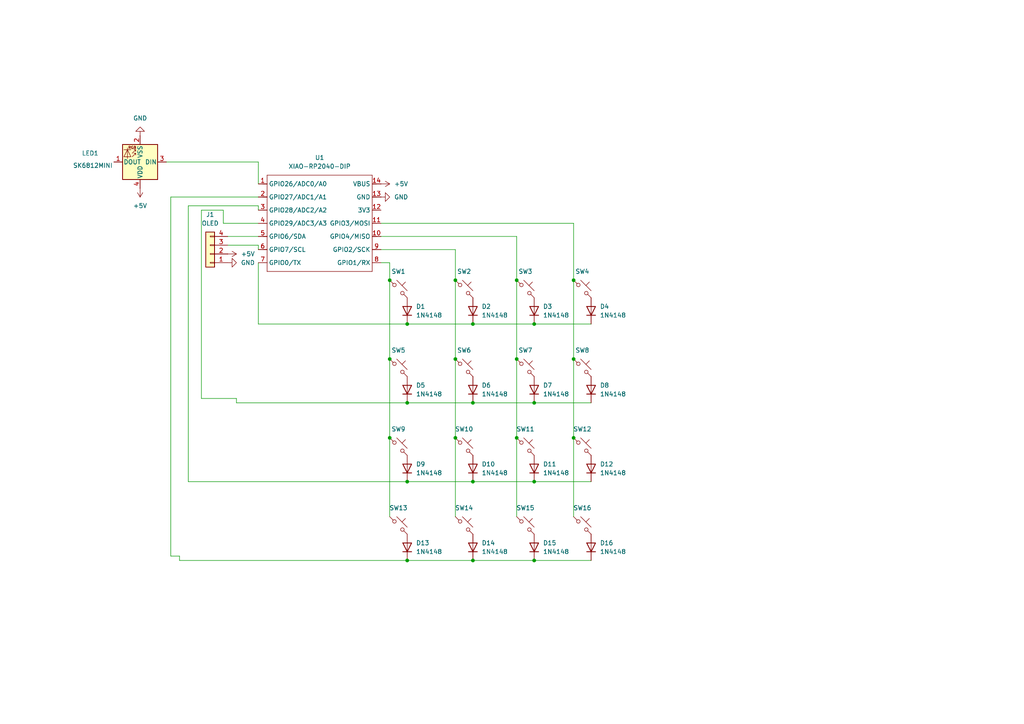
<source format=kicad_sch>
(kicad_sch
	(version 20250114)
	(generator "eeschema")
	(generator_version "9.0")
	(uuid "8d6d8eb1-b173-47ca-b88c-ef5c54b4ff44")
	(paper "A4")
	(lib_symbols
		(symbol "Connector_Generic:Conn_01x04"
			(pin_names
				(offset 1.016)
				(hide yes)
			)
			(exclude_from_sim no)
			(in_bom yes)
			(on_board yes)
			(property "Reference" "J"
				(at 0 5.08 0)
				(effects
					(font
						(size 1.27 1.27)
					)
				)
			)
			(property "Value" "Conn_01x04"
				(at 0 -7.62 0)
				(effects
					(font
						(size 1.27 1.27)
					)
				)
			)
			(property "Footprint" ""
				(at 0 0 0)
				(effects
					(font
						(size 1.27 1.27)
					)
					(hide yes)
				)
			)
			(property "Datasheet" "~"
				(at 0 0 0)
				(effects
					(font
						(size 1.27 1.27)
					)
					(hide yes)
				)
			)
			(property "Description" "Generic connector, single row, 01x04, script generated (kicad-library-utils/schlib/autogen/connector/)"
				(at 0 0 0)
				(effects
					(font
						(size 1.27 1.27)
					)
					(hide yes)
				)
			)
			(property "ki_keywords" "connector"
				(at 0 0 0)
				(effects
					(font
						(size 1.27 1.27)
					)
					(hide yes)
				)
			)
			(property "ki_fp_filters" "Connector*:*_1x??_*"
				(at 0 0 0)
				(effects
					(font
						(size 1.27 1.27)
					)
					(hide yes)
				)
			)
			(symbol "Conn_01x04_1_1"
				(rectangle
					(start -1.27 3.81)
					(end 1.27 -6.35)
					(stroke
						(width 0.254)
						(type default)
					)
					(fill
						(type background)
					)
				)
				(rectangle
					(start -1.27 2.667)
					(end 0 2.413)
					(stroke
						(width 0.1524)
						(type default)
					)
					(fill
						(type none)
					)
				)
				(rectangle
					(start -1.27 0.127)
					(end 0 -0.127)
					(stroke
						(width 0.1524)
						(type default)
					)
					(fill
						(type none)
					)
				)
				(rectangle
					(start -1.27 -2.413)
					(end 0 -2.667)
					(stroke
						(width 0.1524)
						(type default)
					)
					(fill
						(type none)
					)
				)
				(rectangle
					(start -1.27 -4.953)
					(end 0 -5.207)
					(stroke
						(width 0.1524)
						(type default)
					)
					(fill
						(type none)
					)
				)
				(pin passive line
					(at -5.08 2.54 0)
					(length 3.81)
					(name "Pin_1"
						(effects
							(font
								(size 1.27 1.27)
							)
						)
					)
					(number "1"
						(effects
							(font
								(size 1.27 1.27)
							)
						)
					)
				)
				(pin passive line
					(at -5.08 0 0)
					(length 3.81)
					(name "Pin_2"
						(effects
							(font
								(size 1.27 1.27)
							)
						)
					)
					(number "2"
						(effects
							(font
								(size 1.27 1.27)
							)
						)
					)
				)
				(pin passive line
					(at -5.08 -2.54 0)
					(length 3.81)
					(name "Pin_3"
						(effects
							(font
								(size 1.27 1.27)
							)
						)
					)
					(number "3"
						(effects
							(font
								(size 1.27 1.27)
							)
						)
					)
				)
				(pin passive line
					(at -5.08 -5.08 0)
					(length 3.81)
					(name "Pin_4"
						(effects
							(font
								(size 1.27 1.27)
							)
						)
					)
					(number "4"
						(effects
							(font
								(size 1.27 1.27)
							)
						)
					)
				)
			)
			(embedded_fonts no)
		)
		(symbol "Diode:1N4148WT"
			(pin_numbers
				(hide yes)
			)
			(pin_names
				(hide yes)
			)
			(exclude_from_sim no)
			(in_bom yes)
			(on_board yes)
			(property "Reference" "D"
				(at 0 2.54 0)
				(effects
					(font
						(size 1.27 1.27)
					)
				)
			)
			(property "Value" "1N4148WT"
				(at 0 -2.54 0)
				(effects
					(font
						(size 1.27 1.27)
					)
				)
			)
			(property "Footprint" "Diode_SMD:D_SOD-523"
				(at 0 -4.445 0)
				(effects
					(font
						(size 1.27 1.27)
					)
					(hide yes)
				)
			)
			(property "Datasheet" "https://www.diodes.com/assets/Datasheets/ds30396.pdf"
				(at 0 0 0)
				(effects
					(font
						(size 1.27 1.27)
					)
					(hide yes)
				)
			)
			(property "Description" "75V 0.15A Fast switching Diode, SOD-523"
				(at 0 0 0)
				(effects
					(font
						(size 1.27 1.27)
					)
					(hide yes)
				)
			)
			(property "Sim.Device" "D"
				(at 0 0 0)
				(effects
					(font
						(size 1.27 1.27)
					)
					(hide yes)
				)
			)
			(property "Sim.Pins" "1=K 2=A"
				(at 0 0 0)
				(effects
					(font
						(size 1.27 1.27)
					)
					(hide yes)
				)
			)
			(property "ki_keywords" "diode"
				(at 0 0 0)
				(effects
					(font
						(size 1.27 1.27)
					)
					(hide yes)
				)
			)
			(property "ki_fp_filters" "D*SOD?523*"
				(at 0 0 0)
				(effects
					(font
						(size 1.27 1.27)
					)
					(hide yes)
				)
			)
			(symbol "1N4148WT_0_1"
				(polyline
					(pts
						(xy -1.27 1.27) (xy -1.27 -1.27)
					)
					(stroke
						(width 0.254)
						(type default)
					)
					(fill
						(type none)
					)
				)
				(polyline
					(pts
						(xy 1.27 1.27) (xy 1.27 -1.27) (xy -1.27 0) (xy 1.27 1.27)
					)
					(stroke
						(width 0.254)
						(type default)
					)
					(fill
						(type none)
					)
				)
				(polyline
					(pts
						(xy 1.27 0) (xy -1.27 0)
					)
					(stroke
						(width 0)
						(type default)
					)
					(fill
						(type none)
					)
				)
			)
			(symbol "1N4148WT_1_1"
				(pin passive line
					(at -3.81 0 0)
					(length 2.54)
					(name "K"
						(effects
							(font
								(size 1.27 1.27)
							)
						)
					)
					(number "1"
						(effects
							(font
								(size 1.27 1.27)
							)
						)
					)
				)
				(pin passive line
					(at 3.81 0 180)
					(length 2.54)
					(name "A"
						(effects
							(font
								(size 1.27 1.27)
							)
						)
					)
					(number "2"
						(effects
							(font
								(size 1.27 1.27)
							)
						)
					)
				)
			)
			(embedded_fonts no)
		)
		(symbol "LED:SK6812MINI"
			(pin_names
				(offset 0.254)
			)
			(exclude_from_sim no)
			(in_bom yes)
			(on_board yes)
			(property "Reference" "D"
				(at 5.08 5.715 0)
				(effects
					(font
						(size 1.27 1.27)
					)
					(justify right bottom)
				)
			)
			(property "Value" "SK6812MINI"
				(at 1.27 -5.715 0)
				(effects
					(font
						(size 1.27 1.27)
					)
					(justify left top)
				)
			)
			(property "Footprint" "LED_SMD:LED_SK6812MINI_PLCC4_3.5x3.5mm_P1.75mm"
				(at 1.27 -7.62 0)
				(effects
					(font
						(size 1.27 1.27)
					)
					(justify left top)
					(hide yes)
				)
			)
			(property "Datasheet" "https://cdn-shop.adafruit.com/product-files/2686/SK6812MINI_REV.01-1-2.pdf"
				(at 2.54 -9.525 0)
				(effects
					(font
						(size 1.27 1.27)
					)
					(justify left top)
					(hide yes)
				)
			)
			(property "Description" "RGB LED with integrated controller"
				(at 0 0 0)
				(effects
					(font
						(size 1.27 1.27)
					)
					(hide yes)
				)
			)
			(property "ki_keywords" "RGB LED NeoPixel Mini addressable"
				(at 0 0 0)
				(effects
					(font
						(size 1.27 1.27)
					)
					(hide yes)
				)
			)
			(property "ki_fp_filters" "LED*SK6812MINI*PLCC*3.5x3.5mm*P1.75mm*"
				(at 0 0 0)
				(effects
					(font
						(size 1.27 1.27)
					)
					(hide yes)
				)
			)
			(symbol "SK6812MINI_0_0"
				(text "RGB"
					(at 2.286 -4.191 0)
					(effects
						(font
							(size 0.762 0.762)
						)
					)
				)
			)
			(symbol "SK6812MINI_0_1"
				(polyline
					(pts
						(xy 1.27 -2.54) (xy 1.778 -2.54)
					)
					(stroke
						(width 0)
						(type default)
					)
					(fill
						(type none)
					)
				)
				(polyline
					(pts
						(xy 1.27 -3.556) (xy 1.778 -3.556)
					)
					(stroke
						(width 0)
						(type default)
					)
					(fill
						(type none)
					)
				)
				(polyline
					(pts
						(xy 2.286 -1.524) (xy 1.27 -2.54) (xy 1.27 -2.032)
					)
					(stroke
						(width 0)
						(type default)
					)
					(fill
						(type none)
					)
				)
				(polyline
					(pts
						(xy 2.286 -2.54) (xy 1.27 -3.556) (xy 1.27 -3.048)
					)
					(stroke
						(width 0)
						(type default)
					)
					(fill
						(type none)
					)
				)
				(polyline
					(pts
						(xy 3.683 -1.016) (xy 3.683 -3.556) (xy 3.683 -4.064)
					)
					(stroke
						(width 0)
						(type default)
					)
					(fill
						(type none)
					)
				)
				(polyline
					(pts
						(xy 4.699 -1.524) (xy 2.667 -1.524) (xy 3.683 -3.556) (xy 4.699 -1.524)
					)
					(stroke
						(width 0)
						(type default)
					)
					(fill
						(type none)
					)
				)
				(polyline
					(pts
						(xy 4.699 -3.556) (xy 2.667 -3.556)
					)
					(stroke
						(width 0)
						(type default)
					)
					(fill
						(type none)
					)
				)
				(rectangle
					(start 5.08 5.08)
					(end -5.08 -5.08)
					(stroke
						(width 0.254)
						(type default)
					)
					(fill
						(type background)
					)
				)
			)
			(symbol "SK6812MINI_1_1"
				(pin input line
					(at -7.62 0 0)
					(length 2.54)
					(name "DIN"
						(effects
							(font
								(size 1.27 1.27)
							)
						)
					)
					(number "3"
						(effects
							(font
								(size 1.27 1.27)
							)
						)
					)
				)
				(pin power_in line
					(at 0 7.62 270)
					(length 2.54)
					(name "VDD"
						(effects
							(font
								(size 1.27 1.27)
							)
						)
					)
					(number "4"
						(effects
							(font
								(size 1.27 1.27)
							)
						)
					)
				)
				(pin power_in line
					(at 0 -7.62 90)
					(length 2.54)
					(name "VSS"
						(effects
							(font
								(size 1.27 1.27)
							)
						)
					)
					(number "2"
						(effects
							(font
								(size 1.27 1.27)
							)
						)
					)
				)
				(pin output line
					(at 7.62 0 180)
					(length 2.54)
					(name "DOUT"
						(effects
							(font
								(size 1.27 1.27)
							)
						)
					)
					(number "1"
						(effects
							(font
								(size 1.27 1.27)
							)
						)
					)
				)
			)
			(embedded_fonts no)
		)
		(symbol "OPL Library:XIAO-RP2040-DIP"
			(exclude_from_sim no)
			(in_bom yes)
			(on_board yes)
			(property "Reference" "U"
				(at 0 0 0)
				(effects
					(font
						(size 1.27 1.27)
					)
				)
			)
			(property "Value" "XIAO-RP2040-DIP"
				(at 5.334 -1.778 0)
				(effects
					(font
						(size 1.27 1.27)
					)
				)
			)
			(property "Footprint" "Module:MOUDLE14P-XIAO-DIP-SMD"
				(at 14.478 -32.258 0)
				(effects
					(font
						(size 1.27 1.27)
					)
					(hide yes)
				)
			)
			(property "Datasheet" ""
				(at 0 0 0)
				(effects
					(font
						(size 1.27 1.27)
					)
					(hide yes)
				)
			)
			(property "Description" ""
				(at 0 0 0)
				(effects
					(font
						(size 1.27 1.27)
					)
					(hide yes)
				)
			)
			(symbol "XIAO-RP2040-DIP_1_0"
				(polyline
					(pts
						(xy -1.27 -2.54) (xy 29.21 -2.54)
					)
					(stroke
						(width 0.1524)
						(type solid)
					)
					(fill
						(type none)
					)
				)
				(polyline
					(pts
						(xy -1.27 -5.08) (xy -2.54 -5.08)
					)
					(stroke
						(width 0.1524)
						(type solid)
					)
					(fill
						(type none)
					)
				)
				(polyline
					(pts
						(xy -1.27 -5.08) (xy -1.27 -2.54)
					)
					(stroke
						(width 0.1524)
						(type solid)
					)
					(fill
						(type none)
					)
				)
				(polyline
					(pts
						(xy -1.27 -8.89) (xy -2.54 -8.89)
					)
					(stroke
						(width 0.1524)
						(type solid)
					)
					(fill
						(type none)
					)
				)
				(polyline
					(pts
						(xy -1.27 -8.89) (xy -1.27 -5.08)
					)
					(stroke
						(width 0.1524)
						(type solid)
					)
					(fill
						(type none)
					)
				)
				(polyline
					(pts
						(xy -1.27 -12.7) (xy -2.54 -12.7)
					)
					(stroke
						(width 0.1524)
						(type solid)
					)
					(fill
						(type none)
					)
				)
				(polyline
					(pts
						(xy -1.27 -12.7) (xy -1.27 -8.89)
					)
					(stroke
						(width 0.1524)
						(type solid)
					)
					(fill
						(type none)
					)
				)
				(polyline
					(pts
						(xy -1.27 -16.51) (xy -2.54 -16.51)
					)
					(stroke
						(width 0.1524)
						(type solid)
					)
					(fill
						(type none)
					)
				)
				(polyline
					(pts
						(xy -1.27 -16.51) (xy -1.27 -12.7)
					)
					(stroke
						(width 0.1524)
						(type solid)
					)
					(fill
						(type none)
					)
				)
				(polyline
					(pts
						(xy -1.27 -20.32) (xy -2.54 -20.32)
					)
					(stroke
						(width 0.1524)
						(type solid)
					)
					(fill
						(type none)
					)
				)
				(polyline
					(pts
						(xy -1.27 -24.13) (xy -2.54 -24.13)
					)
					(stroke
						(width 0.1524)
						(type solid)
					)
					(fill
						(type none)
					)
				)
				(polyline
					(pts
						(xy -1.27 -27.94) (xy -2.54 -27.94)
					)
					(stroke
						(width 0.1524)
						(type solid)
					)
					(fill
						(type none)
					)
				)
				(polyline
					(pts
						(xy -1.27 -30.48) (xy -1.27 -16.51)
					)
					(stroke
						(width 0.1524)
						(type solid)
					)
					(fill
						(type none)
					)
				)
				(polyline
					(pts
						(xy 29.21 -2.54) (xy 29.21 -5.08)
					)
					(stroke
						(width 0.1524)
						(type solid)
					)
					(fill
						(type none)
					)
				)
				(polyline
					(pts
						(xy 29.21 -5.08) (xy 29.21 -8.89)
					)
					(stroke
						(width 0.1524)
						(type solid)
					)
					(fill
						(type none)
					)
				)
				(polyline
					(pts
						(xy 29.21 -8.89) (xy 29.21 -12.7)
					)
					(stroke
						(width 0.1524)
						(type solid)
					)
					(fill
						(type none)
					)
				)
				(polyline
					(pts
						(xy 29.21 -12.7) (xy 29.21 -30.48)
					)
					(stroke
						(width 0.1524)
						(type solid)
					)
					(fill
						(type none)
					)
				)
				(polyline
					(pts
						(xy 29.21 -30.48) (xy -1.27 -30.48)
					)
					(stroke
						(width 0.1524)
						(type solid)
					)
					(fill
						(type none)
					)
				)
				(polyline
					(pts
						(xy 30.48 -5.08) (xy 29.21 -5.08)
					)
					(stroke
						(width 0.1524)
						(type solid)
					)
					(fill
						(type none)
					)
				)
				(polyline
					(pts
						(xy 30.48 -8.89) (xy 29.21 -8.89)
					)
					(stroke
						(width 0.1524)
						(type solid)
					)
					(fill
						(type none)
					)
				)
				(polyline
					(pts
						(xy 30.48 -12.7) (xy 29.21 -12.7)
					)
					(stroke
						(width 0.1524)
						(type solid)
					)
					(fill
						(type none)
					)
				)
				(polyline
					(pts
						(xy 30.48 -16.51) (xy 29.21 -16.51)
					)
					(stroke
						(width 0.1524)
						(type solid)
					)
					(fill
						(type none)
					)
				)
				(polyline
					(pts
						(xy 30.48 -20.32) (xy 29.21 -20.32)
					)
					(stroke
						(width 0.1524)
						(type solid)
					)
					(fill
						(type none)
					)
				)
				(polyline
					(pts
						(xy 30.48 -24.13) (xy 29.21 -24.13)
					)
					(stroke
						(width 0.1524)
						(type solid)
					)
					(fill
						(type none)
					)
				)
				(polyline
					(pts
						(xy 30.48 -27.94) (xy 29.21 -27.94)
					)
					(stroke
						(width 0.1524)
						(type solid)
					)
					(fill
						(type none)
					)
				)
				(pin passive line
					(at -3.81 -5.08 0)
					(length 2.54)
					(name "GPIO26/ADC0/A0"
						(effects
							(font
								(size 1.27 1.27)
							)
						)
					)
					(number "1"
						(effects
							(font
								(size 1.27 1.27)
							)
						)
					)
				)
				(pin passive line
					(at -3.81 -8.89 0)
					(length 2.54)
					(name "GPIO27/ADC1/A1"
						(effects
							(font
								(size 1.27 1.27)
							)
						)
					)
					(number "2"
						(effects
							(font
								(size 1.27 1.27)
							)
						)
					)
				)
				(pin passive line
					(at -3.81 -12.7 0)
					(length 2.54)
					(name "GPIO28/ADC2/A2"
						(effects
							(font
								(size 1.27 1.27)
							)
						)
					)
					(number "3"
						(effects
							(font
								(size 1.27 1.27)
							)
						)
					)
				)
				(pin passive line
					(at -3.81 -16.51 0)
					(length 2.54)
					(name "GPIO29/ADC3/A3"
						(effects
							(font
								(size 1.27 1.27)
							)
						)
					)
					(number "4"
						(effects
							(font
								(size 1.27 1.27)
							)
						)
					)
				)
				(pin passive line
					(at -3.81 -20.32 0)
					(length 2.54)
					(name "GPIO6/SDA"
						(effects
							(font
								(size 1.27 1.27)
							)
						)
					)
					(number "5"
						(effects
							(font
								(size 1.27 1.27)
							)
						)
					)
				)
				(pin passive line
					(at -3.81 -24.13 0)
					(length 2.54)
					(name "GPIO7/SCL"
						(effects
							(font
								(size 1.27 1.27)
							)
						)
					)
					(number "6"
						(effects
							(font
								(size 1.27 1.27)
							)
						)
					)
				)
				(pin passive line
					(at -3.81 -27.94 0)
					(length 2.54)
					(name "GPIO0/TX"
						(effects
							(font
								(size 1.27 1.27)
							)
						)
					)
					(number "7"
						(effects
							(font
								(size 1.27 1.27)
							)
						)
					)
				)
				(pin passive line
					(at 31.75 -5.08 180)
					(length 2.54)
					(name "VBUS"
						(effects
							(font
								(size 1.27 1.27)
							)
						)
					)
					(number "14"
						(effects
							(font
								(size 1.27 1.27)
							)
						)
					)
				)
				(pin passive line
					(at 31.75 -8.89 180)
					(length 2.54)
					(name "GND"
						(effects
							(font
								(size 1.27 1.27)
							)
						)
					)
					(number "13"
						(effects
							(font
								(size 1.27 1.27)
							)
						)
					)
				)
				(pin passive line
					(at 31.75 -12.7 180)
					(length 2.54)
					(name "3V3"
						(effects
							(font
								(size 1.27 1.27)
							)
						)
					)
					(number "12"
						(effects
							(font
								(size 1.27 1.27)
							)
						)
					)
				)
				(pin passive line
					(at 31.75 -16.51 180)
					(length 2.54)
					(name "GPIO3/MOSI"
						(effects
							(font
								(size 1.27 1.27)
							)
						)
					)
					(number "11"
						(effects
							(font
								(size 1.27 1.27)
							)
						)
					)
				)
				(pin passive line
					(at 31.75 -20.32 180)
					(length 2.54)
					(name "GPIO4/MISO"
						(effects
							(font
								(size 1.27 1.27)
							)
						)
					)
					(number "10"
						(effects
							(font
								(size 1.27 1.27)
							)
						)
					)
				)
				(pin passive line
					(at 31.75 -24.13 180)
					(length 2.54)
					(name "GPIO2/SCK"
						(effects
							(font
								(size 1.27 1.27)
							)
						)
					)
					(number "9"
						(effects
							(font
								(size 1.27 1.27)
							)
						)
					)
				)
				(pin passive line
					(at 31.75 -27.94 180)
					(length 2.54)
					(name "GPIO1/RX"
						(effects
							(font
								(size 1.27 1.27)
							)
						)
					)
					(number "8"
						(effects
							(font
								(size 1.27 1.27)
							)
						)
					)
				)
			)
			(embedded_fonts no)
		)
		(symbol "Switch:SW_Push_45deg"
			(pin_numbers
				(hide yes)
			)
			(pin_names
				(offset 1.016)
				(hide yes)
			)
			(exclude_from_sim no)
			(in_bom yes)
			(on_board yes)
			(property "Reference" "SW"
				(at 3.048 1.016 0)
				(effects
					(font
						(size 1.27 1.27)
					)
					(justify left)
				)
			)
			(property "Value" "SW_Push_45deg"
				(at 0 -3.81 0)
				(effects
					(font
						(size 1.27 1.27)
					)
				)
			)
			(property "Footprint" ""
				(at 0 0 0)
				(effects
					(font
						(size 1.27 1.27)
					)
					(hide yes)
				)
			)
			(property "Datasheet" "~"
				(at 0 0 0)
				(effects
					(font
						(size 1.27 1.27)
					)
					(hide yes)
				)
			)
			(property "Description" "Push button switch, normally open, two pins, 45° tilted"
				(at 0 0 0)
				(effects
					(font
						(size 1.27 1.27)
					)
					(hide yes)
				)
			)
			(property "ki_keywords" "switch normally-open pushbutton push-button"
				(at 0 0 0)
				(effects
					(font
						(size 1.27 1.27)
					)
					(hide yes)
				)
			)
			(symbol "SW_Push_45deg_0_1"
				(polyline
					(pts
						(xy -2.54 2.54) (xy -1.524 1.524) (xy -1.524 1.524)
					)
					(stroke
						(width 0)
						(type default)
					)
					(fill
						(type none)
					)
				)
				(circle
					(center -1.1684 1.1684)
					(radius 0.508)
					(stroke
						(width 0)
						(type default)
					)
					(fill
						(type none)
					)
				)
				(polyline
					(pts
						(xy -0.508 2.54) (xy 2.54 -0.508)
					)
					(stroke
						(width 0)
						(type default)
					)
					(fill
						(type none)
					)
				)
				(polyline
					(pts
						(xy 1.016 1.016) (xy 2.032 2.032)
					)
					(stroke
						(width 0)
						(type default)
					)
					(fill
						(type none)
					)
				)
				(circle
					(center 1.143 -1.1938)
					(radius 0.508)
					(stroke
						(width 0)
						(type default)
					)
					(fill
						(type none)
					)
				)
				(polyline
					(pts
						(xy 1.524 -1.524) (xy 2.54 -2.54) (xy 2.54 -2.54) (xy 2.54 -2.54)
					)
					(stroke
						(width 0)
						(type default)
					)
					(fill
						(type none)
					)
				)
				(pin passive line
					(at -2.54 2.54 0)
					(length 0)
					(name "1"
						(effects
							(font
								(size 1.27 1.27)
							)
						)
					)
					(number "1"
						(effects
							(font
								(size 1.27 1.27)
							)
						)
					)
				)
				(pin passive line
					(at 2.54 -2.54 180)
					(length 0)
					(name "2"
						(effects
							(font
								(size 1.27 1.27)
							)
						)
					)
					(number "2"
						(effects
							(font
								(size 1.27 1.27)
							)
						)
					)
				)
			)
			(embedded_fonts no)
		)
		(symbol "power:+5V"
			(power)
			(pin_numbers
				(hide yes)
			)
			(pin_names
				(offset 0)
				(hide yes)
			)
			(exclude_from_sim no)
			(in_bom yes)
			(on_board yes)
			(property "Reference" "#PWR"
				(at 0 -3.81 0)
				(effects
					(font
						(size 1.27 1.27)
					)
					(hide yes)
				)
			)
			(property "Value" "+5V"
				(at 0 3.556 0)
				(effects
					(font
						(size 1.27 1.27)
					)
				)
			)
			(property "Footprint" ""
				(at 0 0 0)
				(effects
					(font
						(size 1.27 1.27)
					)
					(hide yes)
				)
			)
			(property "Datasheet" ""
				(at 0 0 0)
				(effects
					(font
						(size 1.27 1.27)
					)
					(hide yes)
				)
			)
			(property "Description" "Power symbol creates a global label with name \"+5V\""
				(at 0 0 0)
				(effects
					(font
						(size 1.27 1.27)
					)
					(hide yes)
				)
			)
			(property "ki_keywords" "global power"
				(at 0 0 0)
				(effects
					(font
						(size 1.27 1.27)
					)
					(hide yes)
				)
			)
			(symbol "+5V_0_1"
				(polyline
					(pts
						(xy -0.762 1.27) (xy 0 2.54)
					)
					(stroke
						(width 0)
						(type default)
					)
					(fill
						(type none)
					)
				)
				(polyline
					(pts
						(xy 0 2.54) (xy 0.762 1.27)
					)
					(stroke
						(width 0)
						(type default)
					)
					(fill
						(type none)
					)
				)
				(polyline
					(pts
						(xy 0 0) (xy 0 2.54)
					)
					(stroke
						(width 0)
						(type default)
					)
					(fill
						(type none)
					)
				)
			)
			(symbol "+5V_1_1"
				(pin power_in line
					(at 0 0 90)
					(length 0)
					(name "~"
						(effects
							(font
								(size 1.27 1.27)
							)
						)
					)
					(number "1"
						(effects
							(font
								(size 1.27 1.27)
							)
						)
					)
				)
			)
			(embedded_fonts no)
		)
		(symbol "power:GND"
			(power)
			(pin_numbers
				(hide yes)
			)
			(pin_names
				(offset 0)
				(hide yes)
			)
			(exclude_from_sim no)
			(in_bom yes)
			(on_board yes)
			(property "Reference" "#PWR"
				(at 0 -6.35 0)
				(effects
					(font
						(size 1.27 1.27)
					)
					(hide yes)
				)
			)
			(property "Value" "GND"
				(at 0 -3.81 0)
				(effects
					(font
						(size 1.27 1.27)
					)
				)
			)
			(property "Footprint" ""
				(at 0 0 0)
				(effects
					(font
						(size 1.27 1.27)
					)
					(hide yes)
				)
			)
			(property "Datasheet" ""
				(at 0 0 0)
				(effects
					(font
						(size 1.27 1.27)
					)
					(hide yes)
				)
			)
			(property "Description" "Power symbol creates a global label with name \"GND\" , ground"
				(at 0 0 0)
				(effects
					(font
						(size 1.27 1.27)
					)
					(hide yes)
				)
			)
			(property "ki_keywords" "global power"
				(at 0 0 0)
				(effects
					(font
						(size 1.27 1.27)
					)
					(hide yes)
				)
			)
			(symbol "GND_0_1"
				(polyline
					(pts
						(xy 0 0) (xy 0 -1.27) (xy 1.27 -1.27) (xy 0 -2.54) (xy -1.27 -1.27) (xy 0 -1.27)
					)
					(stroke
						(width 0)
						(type default)
					)
					(fill
						(type none)
					)
				)
			)
			(symbol "GND_1_1"
				(pin power_in line
					(at 0 0 270)
					(length 0)
					(name "~"
						(effects
							(font
								(size 1.27 1.27)
							)
						)
					)
					(number "1"
						(effects
							(font
								(size 1.27 1.27)
							)
						)
					)
				)
			)
			(embedded_fonts no)
		)
	)
	(junction
		(at 132.08 81.28)
		(diameter 0)
		(color 0 0 0 0)
		(uuid "08d77eb4-8ea4-46c2-8cb3-c9b1a736bbde")
	)
	(junction
		(at 113.03 104.14)
		(diameter 0)
		(color 0 0 0 0)
		(uuid "147d894e-3e02-48fb-8221-c4c92bc907ee")
	)
	(junction
		(at 154.94 93.98)
		(diameter 0)
		(color 0 0 0 0)
		(uuid "18c08a32-6b6d-4391-8c8c-28944ad26958")
	)
	(junction
		(at 154.94 162.56)
		(diameter 0)
		(color 0 0 0 0)
		(uuid "2310f632-0416-4dae-999b-804c33428517")
	)
	(junction
		(at 118.11 116.84)
		(diameter 0)
		(color 0 0 0 0)
		(uuid "5741d0e8-0a4b-4435-8194-2847e16c1c87")
	)
	(junction
		(at 113.03 127)
		(diameter 0)
		(color 0 0 0 0)
		(uuid "58ec62a2-ec3a-4076-82d2-a82bd740298d")
	)
	(junction
		(at 137.16 139.7)
		(diameter 0)
		(color 0 0 0 0)
		(uuid "597cca16-5a48-49c1-987d-b1d75fe7aa3b")
	)
	(junction
		(at 137.16 116.84)
		(diameter 0)
		(color 0 0 0 0)
		(uuid "61d68f05-de5b-492d-acb3-a4933316a480")
	)
	(junction
		(at 149.86 104.14)
		(diameter 0)
		(color 0 0 0 0)
		(uuid "6c545342-e418-4ae3-8ea1-f77ed33dc08c")
	)
	(junction
		(at 137.16 162.56)
		(diameter 0)
		(color 0 0 0 0)
		(uuid "6d12d0c7-30d6-4753-b14b-675513d149b4")
	)
	(junction
		(at 166.37 81.28)
		(diameter 0)
		(color 0 0 0 0)
		(uuid "6d70d57f-f2e5-433d-9e50-017b4813de88")
	)
	(junction
		(at 132.08 104.14)
		(diameter 0)
		(color 0 0 0 0)
		(uuid "7189a611-2615-4e26-9952-ce51902917b2")
	)
	(junction
		(at 149.86 81.28)
		(diameter 0)
		(color 0 0 0 0)
		(uuid "7a8d0edc-0923-4361-8a08-2e9bcce95a99")
	)
	(junction
		(at 154.94 139.7)
		(diameter 0)
		(color 0 0 0 0)
		(uuid "865deab0-be53-4732-90a4-9e1de5e98432")
	)
	(junction
		(at 137.16 93.98)
		(diameter 0)
		(color 0 0 0 0)
		(uuid "8b87dd13-9717-4c3e-98bb-743550771e72")
	)
	(junction
		(at 166.37 104.14)
		(diameter 0)
		(color 0 0 0 0)
		(uuid "92980008-cd25-4931-bfd5-df75546cf7ae")
	)
	(junction
		(at 113.03 81.28)
		(diameter 0)
		(color 0 0 0 0)
		(uuid "aca2d081-9df7-4a18-851d-07699e090861")
	)
	(junction
		(at 118.11 162.56)
		(diameter 0)
		(color 0 0 0 0)
		(uuid "bdb66d32-6a31-404e-a112-9295e5730659")
	)
	(junction
		(at 149.86 127)
		(diameter 0)
		(color 0 0 0 0)
		(uuid "cfe25d26-46b3-4b74-a37d-58af0ccab421")
	)
	(junction
		(at 166.37 127)
		(diameter 0)
		(color 0 0 0 0)
		(uuid "e0090e5d-675b-4b37-8de2-72299b763713")
	)
	(junction
		(at 132.08 127)
		(diameter 0)
		(color 0 0 0 0)
		(uuid "ea4319f0-670b-4e23-944e-4fd4c06b3489")
	)
	(junction
		(at 118.11 139.7)
		(diameter 0)
		(color 0 0 0 0)
		(uuid "edb9db9e-30af-4007-ae3c-7ac72af43375")
	)
	(junction
		(at 154.94 116.84)
		(diameter 0)
		(color 0 0 0 0)
		(uuid "f6ea3006-28e5-4cc2-bfeb-1271a7627edb")
	)
	(junction
		(at 118.11 93.98)
		(diameter 0)
		(color 0 0 0 0)
		(uuid "ffe57b43-0a15-4849-9663-c5286aeaa681")
	)
	(wire
		(pts
			(xy 154.94 139.7) (xy 171.45 139.7)
		)
		(stroke
			(width 0)
			(type default)
		)
		(uuid "0bfaeaa0-769d-4528-91d8-de63bd741bc1")
	)
	(wire
		(pts
			(xy 64.77 64.77) (xy 74.93 64.77)
		)
		(stroke
			(width 0)
			(type default)
		)
		(uuid "13a0bf56-01ae-4e45-99f0-6e16eb4b1e3b")
	)
	(wire
		(pts
			(xy 110.49 64.77) (xy 166.37 64.77)
		)
		(stroke
			(width 0)
			(type default)
		)
		(uuid "1882f593-4bfe-4f18-baad-6e6f99985192")
	)
	(wire
		(pts
			(xy 166.37 127) (xy 166.37 149.86)
		)
		(stroke
			(width 0)
			(type default)
		)
		(uuid "230acdbf-d8e0-4f7d-93fe-2d886d99b128")
	)
	(wire
		(pts
			(xy 132.08 81.28) (xy 132.08 104.14)
		)
		(stroke
			(width 0)
			(type default)
		)
		(uuid "29a3f645-31e6-4b28-a35d-ab2e6a7bdc53")
	)
	(wire
		(pts
			(xy 137.16 139.7) (xy 154.94 139.7)
		)
		(stroke
			(width 0)
			(type default)
		)
		(uuid "2a5c4642-54a1-4a4c-9680-ade68d4c1b6f")
	)
	(wire
		(pts
			(xy 54.61 59.69) (xy 54.61 139.7)
		)
		(stroke
			(width 0)
			(type default)
		)
		(uuid "2cf4458a-8f79-4d33-a696-03cab6f5d6e9")
	)
	(wire
		(pts
			(xy 118.11 162.56) (xy 137.16 162.56)
		)
		(stroke
			(width 0)
			(type default)
		)
		(uuid "315d6e9a-48d9-4ca8-9a13-b2dbe05c8fb0")
	)
	(wire
		(pts
			(xy 110.49 76.2) (xy 113.03 76.2)
		)
		(stroke
			(width 0)
			(type default)
		)
		(uuid "38835238-ceb1-46d5-9204-29f28540584a")
	)
	(wire
		(pts
			(xy 58.42 60.96) (xy 64.77 60.96)
		)
		(stroke
			(width 0)
			(type default)
		)
		(uuid "3c9825bc-1ef3-41b2-b2c8-c44019575d9a")
	)
	(wire
		(pts
			(xy 49.53 57.15) (xy 49.53 161.29)
		)
		(stroke
			(width 0)
			(type default)
		)
		(uuid "464c7e68-8cb1-4c9b-8af8-a34781324a34")
	)
	(wire
		(pts
			(xy 58.42 60.96) (xy 58.42 115.57)
		)
		(stroke
			(width 0)
			(type default)
		)
		(uuid "4d050d89-2907-4fec-bef7-b27ff258a956")
	)
	(wire
		(pts
			(xy 154.94 93.98) (xy 171.45 93.98)
		)
		(stroke
			(width 0)
			(type default)
		)
		(uuid "4eb43b28-3ed8-4f4d-96ec-7df602a9defd")
	)
	(wire
		(pts
			(xy 149.86 104.14) (xy 149.86 127)
		)
		(stroke
			(width 0)
			(type default)
		)
		(uuid "51c08b3f-2c31-452f-aa08-92aaeae34dab")
	)
	(wire
		(pts
			(xy 74.93 76.2) (xy 74.93 93.98)
		)
		(stroke
			(width 0)
			(type default)
		)
		(uuid "55633481-b806-4651-9ff3-9540fbd84708")
	)
	(wire
		(pts
			(xy 166.37 104.14) (xy 166.37 127)
		)
		(stroke
			(width 0)
			(type default)
		)
		(uuid "572713c1-5f0f-45d1-b222-1aadd77a88f7")
	)
	(wire
		(pts
			(xy 49.53 161.29) (xy 52.07 161.29)
		)
		(stroke
			(width 0)
			(type default)
		)
		(uuid "5accf0a8-32a3-4f6a-aa54-da6061fae2e5")
	)
	(wire
		(pts
			(xy 137.16 116.84) (xy 154.94 116.84)
		)
		(stroke
			(width 0)
			(type default)
		)
		(uuid "5ba087d2-188e-4057-b935-b44844dc472e")
	)
	(wire
		(pts
			(xy 110.49 72.39) (xy 132.08 72.39)
		)
		(stroke
			(width 0)
			(type default)
		)
		(uuid "5df43168-1923-4c02-a671-095d2edf1dac")
	)
	(wire
		(pts
			(xy 48.26 46.99) (xy 74.93 46.99)
		)
		(stroke
			(width 0)
			(type default)
		)
		(uuid "5f3094c3-aecb-47ab-b7c1-b06d5e7d1bb0")
	)
	(wire
		(pts
			(xy 68.58 115.57) (xy 68.58 116.84)
		)
		(stroke
			(width 0)
			(type default)
		)
		(uuid "66736fa2-9820-4b8e-9b95-93c03662188e")
	)
	(wire
		(pts
			(xy 132.08 72.39) (xy 132.08 81.28)
		)
		(stroke
			(width 0)
			(type default)
		)
		(uuid "775d32eb-3e85-4ab8-8002-28c145641758")
	)
	(wire
		(pts
			(xy 54.61 59.69) (xy 74.93 59.69)
		)
		(stroke
			(width 0)
			(type default)
		)
		(uuid "80263c3a-da19-4af2-a76b-2adafdae664c")
	)
	(wire
		(pts
			(xy 113.03 76.2) (xy 113.03 81.28)
		)
		(stroke
			(width 0)
			(type default)
		)
		(uuid "8089b630-9b1f-4260-a207-7d4bdd83c93f")
	)
	(wire
		(pts
			(xy 137.16 93.98) (xy 154.94 93.98)
		)
		(stroke
			(width 0)
			(type default)
		)
		(uuid "87039676-15e0-4731-878b-4863a00d34ba")
	)
	(wire
		(pts
			(xy 49.53 57.15) (xy 74.93 57.15)
		)
		(stroke
			(width 0)
			(type default)
		)
		(uuid "898b8d04-93d7-4114-88d6-f1460e98a87c")
	)
	(wire
		(pts
			(xy 113.03 127) (xy 113.03 149.86)
		)
		(stroke
			(width 0)
			(type default)
		)
		(uuid "8bd028a0-fd0f-4dca-8553-9cd90ab6cef8")
	)
	(wire
		(pts
			(xy 118.11 116.84) (xy 137.16 116.84)
		)
		(stroke
			(width 0)
			(type default)
		)
		(uuid "8e1e6160-675d-4cf7-8b8d-f866e26ca093")
	)
	(wire
		(pts
			(xy 66.04 71.12) (xy 74.93 71.12)
		)
		(stroke
			(width 0)
			(type default)
		)
		(uuid "909e6fbf-abc6-4337-88a2-bfb2e462638e")
	)
	(wire
		(pts
			(xy 166.37 81.28) (xy 166.37 104.14)
		)
		(stroke
			(width 0)
			(type default)
		)
		(uuid "9693e821-277f-4e12-b618-dbd05d83163a")
	)
	(wire
		(pts
			(xy 166.37 64.77) (xy 166.37 81.28)
		)
		(stroke
			(width 0)
			(type default)
		)
		(uuid "a27e880f-7b9a-4d4b-aba2-3209f7348760")
	)
	(wire
		(pts
			(xy 74.93 93.98) (xy 118.11 93.98)
		)
		(stroke
			(width 0)
			(type default)
		)
		(uuid "a401559f-0b36-4e29-b80d-8b85a2592345")
	)
	(wire
		(pts
			(xy 113.03 104.14) (xy 113.03 127)
		)
		(stroke
			(width 0)
			(type default)
		)
		(uuid "a6f7605e-d395-45f1-b65c-a27796d035b5")
	)
	(wire
		(pts
			(xy 66.04 68.58) (xy 74.93 68.58)
		)
		(stroke
			(width 0)
			(type default)
		)
		(uuid "a934ac33-e612-47e8-a722-91a0856d2a67")
	)
	(wire
		(pts
			(xy 118.11 93.98) (xy 137.16 93.98)
		)
		(stroke
			(width 0)
			(type default)
		)
		(uuid "aa314058-9c5e-4343-a5b3-2ac6a16085f9")
	)
	(wire
		(pts
			(xy 64.77 60.96) (xy 64.77 64.77)
		)
		(stroke
			(width 0)
			(type default)
		)
		(uuid "aa5e2f04-d53b-4fbb-88ee-907c38998161")
	)
	(wire
		(pts
			(xy 132.08 104.14) (xy 132.08 127)
		)
		(stroke
			(width 0)
			(type default)
		)
		(uuid "bbef06ba-8a1d-45ae-a0eb-8696699d09de")
	)
	(wire
		(pts
			(xy 74.93 59.69) (xy 74.93 60.96)
		)
		(stroke
			(width 0)
			(type default)
		)
		(uuid "c0e90098-6a95-4668-8174-4b7d7bc5c083")
	)
	(wire
		(pts
			(xy 54.61 139.7) (xy 118.11 139.7)
		)
		(stroke
			(width 0)
			(type default)
		)
		(uuid "c370c52d-c376-43b9-ad48-a15136cea8e1")
	)
	(wire
		(pts
			(xy 149.86 81.28) (xy 149.86 104.14)
		)
		(stroke
			(width 0)
			(type default)
		)
		(uuid "cb0f09e6-b64a-4ef3-886c-95a64082e827")
	)
	(wire
		(pts
			(xy 132.08 127) (xy 132.08 149.86)
		)
		(stroke
			(width 0)
			(type default)
		)
		(uuid "cf3e34c8-686d-46f4-9566-88ad09f4abf2")
	)
	(wire
		(pts
			(xy 113.03 81.28) (xy 113.03 104.14)
		)
		(stroke
			(width 0)
			(type default)
		)
		(uuid "d6c6f622-62aa-47a6-9efd-a3ed71549550")
	)
	(wire
		(pts
			(xy 118.11 139.7) (xy 137.16 139.7)
		)
		(stroke
			(width 0)
			(type default)
		)
		(uuid "d7a5e911-57f1-4447-9d05-5d5b3311e86c")
	)
	(wire
		(pts
			(xy 110.49 68.58) (xy 149.86 68.58)
		)
		(stroke
			(width 0)
			(type default)
		)
		(uuid "d9720061-811e-4831-9c61-43e7fbfbf45d")
	)
	(wire
		(pts
			(xy 68.58 116.84) (xy 118.11 116.84)
		)
		(stroke
			(width 0)
			(type default)
		)
		(uuid "e268cf43-6d18-4cc6-9299-e584c4aeda11")
	)
	(wire
		(pts
			(xy 149.86 127) (xy 149.86 149.86)
		)
		(stroke
			(width 0)
			(type default)
		)
		(uuid "e29c2163-9974-4e71-a668-ad6e5d86a85e")
	)
	(wire
		(pts
			(xy 58.42 115.57) (xy 68.58 115.57)
		)
		(stroke
			(width 0)
			(type default)
		)
		(uuid "e3e89b89-7850-4d96-9dc7-4cb8d24786f5")
	)
	(wire
		(pts
			(xy 137.16 162.56) (xy 154.94 162.56)
		)
		(stroke
			(width 0)
			(type default)
		)
		(uuid "e633d13c-3f62-4827-8d96-df03865dd1a7")
	)
	(wire
		(pts
			(xy 52.07 161.29) (xy 52.07 162.56)
		)
		(stroke
			(width 0)
			(type default)
		)
		(uuid "e78eafa9-f455-4947-8d9d-d0722698cee1")
	)
	(wire
		(pts
			(xy 149.86 68.58) (xy 149.86 81.28)
		)
		(stroke
			(width 0)
			(type default)
		)
		(uuid "e7b6dcf3-bbd9-43ce-8f4d-be87c89f4c1d")
	)
	(wire
		(pts
			(xy 154.94 116.84) (xy 171.45 116.84)
		)
		(stroke
			(width 0)
			(type default)
		)
		(uuid "ec330758-add9-4d1a-855b-8e58df16c40e")
	)
	(wire
		(pts
			(xy 74.93 46.99) (xy 74.93 53.34)
		)
		(stroke
			(width 0)
			(type default)
		)
		(uuid "ef9cfe6c-f6df-4bdb-83a7-7e86b431e3bf")
	)
	(wire
		(pts
			(xy 52.07 162.56) (xy 118.11 162.56)
		)
		(stroke
			(width 0)
			(type default)
		)
		(uuid "f863bdbb-6ccd-46d2-8527-50d890f881f7")
	)
	(wire
		(pts
			(xy 154.94 162.56) (xy 171.45 162.56)
		)
		(stroke
			(width 0)
			(type default)
		)
		(uuid "f9610f21-4429-49f4-bbbf-77f094e726b5")
	)
	(wire
		(pts
			(xy 74.93 71.12) (xy 74.93 72.39)
		)
		(stroke
			(width 0)
			(type default)
		)
		(uuid "fe18fbf3-c7ff-4190-9581-d09fddb93813")
	)
	(symbol
		(lib_id "Switch:SW_Push_45deg")
		(at 134.62 152.4 0)
		(unit 1)
		(exclude_from_sim no)
		(in_bom yes)
		(on_board yes)
		(dnp no)
		(fields_autoplaced yes)
		(uuid "029bd30a-1a86-4b59-ba26-77d18bfc32e0")
		(property "Reference" "SW14"
			(at 134.62 147.32 0)
			(effects
				(font
					(size 1.27 1.27)
				)
			)
		)
		(property "Value" "SW_Push_45deg"
			(at 134.62 147.32 0)
			(effects
				(font
					(size 1.27 1.27)
				)
				(hide yes)
			)
		)
		(property "Footprint" "Button_Switch_Keyboard:SW_Cherry_MX_1.00u_PCB"
			(at 134.62 152.4 0)
			(effects
				(font
					(size 1.27 1.27)
				)
				(hide yes)
			)
		)
		(property "Datasheet" "~"
			(at 134.62 152.4 0)
			(effects
				(font
					(size 1.27 1.27)
				)
				(hide yes)
			)
		)
		(property "Description" "Push button switch, normally open, two pins, 45° tilted"
			(at 134.62 152.4 0)
			(effects
				(font
					(size 1.27 1.27)
				)
				(hide yes)
			)
		)
		(pin "1"
			(uuid "fb6f0438-df60-4d41-84b4-7ca61a1f2639")
		)
		(pin "2"
			(uuid "6bf42c1f-e16a-428f-a7ba-8920f0661804")
		)
		(instances
			(project "clock"
				(path "/8d6d8eb1-b173-47ca-b88c-ef5c54b4ff44"
					(reference "SW14")
					(unit 1)
				)
			)
		)
	)
	(symbol
		(lib_id "Switch:SW_Push_45deg")
		(at 168.91 129.54 0)
		(unit 1)
		(exclude_from_sim no)
		(in_bom yes)
		(on_board yes)
		(dnp no)
		(fields_autoplaced yes)
		(uuid "02eda443-3d43-4512-aa52-337ee7c32cb8")
		(property "Reference" "SW12"
			(at 168.91 124.46 0)
			(effects
				(font
					(size 1.27 1.27)
				)
			)
		)
		(property "Value" "SW_Push_45deg"
			(at 168.91 124.46 0)
			(effects
				(font
					(size 1.27 1.27)
				)
				(hide yes)
			)
		)
		(property "Footprint" "Button_Switch_Keyboard:SW_Cherry_MX_1.00u_PCB"
			(at 168.91 129.54 0)
			(effects
				(font
					(size 1.27 1.27)
				)
				(hide yes)
			)
		)
		(property "Datasheet" "~"
			(at 168.91 129.54 0)
			(effects
				(font
					(size 1.27 1.27)
				)
				(hide yes)
			)
		)
		(property "Description" "Push button switch, normally open, two pins, 45° tilted"
			(at 168.91 129.54 0)
			(effects
				(font
					(size 1.27 1.27)
				)
				(hide yes)
			)
		)
		(pin "1"
			(uuid "e510c09b-1c83-4908-9121-87a5cb582d38")
		)
		(pin "2"
			(uuid "09ff949b-269e-4f80-ad0a-61210cfb92f9")
		)
		(instances
			(project "clock"
				(path "/8d6d8eb1-b173-47ca-b88c-ef5c54b4ff44"
					(reference "SW12")
					(unit 1)
				)
			)
		)
	)
	(symbol
		(lib_id "Switch:SW_Push_45deg")
		(at 168.91 152.4 0)
		(unit 1)
		(exclude_from_sim no)
		(in_bom yes)
		(on_board yes)
		(dnp no)
		(fields_autoplaced yes)
		(uuid "031bc29c-d6e4-46b9-8f51-dfa21ae9d007")
		(property "Reference" "SW16"
			(at 168.91 147.32 0)
			(effects
				(font
					(size 1.27 1.27)
				)
			)
		)
		(property "Value" "SW_Push_45deg"
			(at 168.91 147.32 0)
			(effects
				(font
					(size 1.27 1.27)
				)
				(hide yes)
			)
		)
		(property "Footprint" "Button_Switch_Keyboard:SW_Cherry_MX_1.00u_PCB"
			(at 168.91 152.4 0)
			(effects
				(font
					(size 1.27 1.27)
				)
				(hide yes)
			)
		)
		(property "Datasheet" "~"
			(at 168.91 152.4 0)
			(effects
				(font
					(size 1.27 1.27)
				)
				(hide yes)
			)
		)
		(property "Description" "Push button switch, normally open, two pins, 45° tilted"
			(at 168.91 152.4 0)
			(effects
				(font
					(size 1.27 1.27)
				)
				(hide yes)
			)
		)
		(pin "1"
			(uuid "6d9250cf-5ca8-407c-bbfe-90196cbd48bb")
		)
		(pin "2"
			(uuid "edc20a38-a3c4-4742-8c82-114a43d7c2a3")
		)
		(instances
			(project "clock"
				(path "/8d6d8eb1-b173-47ca-b88c-ef5c54b4ff44"
					(reference "SW16")
					(unit 1)
				)
			)
		)
	)
	(symbol
		(lib_id "power:GND")
		(at 66.04 76.2 90)
		(unit 1)
		(exclude_from_sim no)
		(in_bom yes)
		(on_board yes)
		(dnp no)
		(fields_autoplaced yes)
		(uuid "043f6011-8dd6-4b56-af27-9aa3c612439d")
		(property "Reference" "#PWR05"
			(at 72.39 76.2 0)
			(effects
				(font
					(size 1.27 1.27)
				)
				(hide yes)
			)
		)
		(property "Value" "GND"
			(at 69.85 76.1999 90)
			(effects
				(font
					(size 1.27 1.27)
				)
				(justify right)
			)
		)
		(property "Footprint" ""
			(at 66.04 76.2 0)
			(effects
				(font
					(size 1.27 1.27)
				)
				(hide yes)
			)
		)
		(property "Datasheet" ""
			(at 66.04 76.2 0)
			(effects
				(font
					(size 1.27 1.27)
				)
				(hide yes)
			)
		)
		(property "Description" "Power symbol creates a global label with name \"GND\" , ground"
			(at 66.04 76.2 0)
			(effects
				(font
					(size 1.27 1.27)
				)
				(hide yes)
			)
		)
		(pin "1"
			(uuid "8aff2149-c21e-4c52-b617-cf255f1dfaae")
		)
		(instances
			(project "clock"
				(path "/8d6d8eb1-b173-47ca-b88c-ef5c54b4ff44"
					(reference "#PWR05")
					(unit 1)
				)
			)
		)
	)
	(symbol
		(lib_id "Switch:SW_Push_45deg")
		(at 134.62 106.68 0)
		(unit 1)
		(exclude_from_sim no)
		(in_bom yes)
		(on_board yes)
		(dnp no)
		(fields_autoplaced yes)
		(uuid "05c9bd9d-0fb8-4146-a932-4a5d7ef5b91e")
		(property "Reference" "SW6"
			(at 134.62 101.6 0)
			(effects
				(font
					(size 1.27 1.27)
				)
			)
		)
		(property "Value" "SW_Push_45deg"
			(at 134.62 101.6 0)
			(effects
				(font
					(size 1.27 1.27)
				)
				(hide yes)
			)
		)
		(property "Footprint" "Button_Switch_Keyboard:SW_Cherry_MX_1.00u_PCB"
			(at 134.62 106.68 0)
			(effects
				(font
					(size 1.27 1.27)
				)
				(hide yes)
			)
		)
		(property "Datasheet" "~"
			(at 134.62 106.68 0)
			(effects
				(font
					(size 1.27 1.27)
				)
				(hide yes)
			)
		)
		(property "Description" "Push button switch, normally open, two pins, 45° tilted"
			(at 134.62 106.68 0)
			(effects
				(font
					(size 1.27 1.27)
				)
				(hide yes)
			)
		)
		(pin "1"
			(uuid "3021ee5a-542c-4ea4-a327-3d28e2c4dfb7")
		)
		(pin "2"
			(uuid "d8c0c65f-a1df-414d-85b7-941a6f63018c")
		)
		(instances
			(project "clock"
				(path "/8d6d8eb1-b173-47ca-b88c-ef5c54b4ff44"
					(reference "SW6")
					(unit 1)
				)
			)
		)
	)
	(symbol
		(lib_id "Switch:SW_Push_45deg")
		(at 152.4 129.54 0)
		(unit 1)
		(exclude_from_sim no)
		(in_bom yes)
		(on_board yes)
		(dnp no)
		(fields_autoplaced yes)
		(uuid "08c4938e-8e4d-427e-afba-a529baf6261d")
		(property "Reference" "SW11"
			(at 152.4 124.46 0)
			(effects
				(font
					(size 1.27 1.27)
				)
			)
		)
		(property "Value" "SW_Push_45deg"
			(at 152.4 124.46 0)
			(effects
				(font
					(size 1.27 1.27)
				)
				(hide yes)
			)
		)
		(property "Footprint" "Button_Switch_Keyboard:SW_Cherry_MX_1.00u_PCB"
			(at 152.4 129.54 0)
			(effects
				(font
					(size 1.27 1.27)
				)
				(hide yes)
			)
		)
		(property "Datasheet" "~"
			(at 152.4 129.54 0)
			(effects
				(font
					(size 1.27 1.27)
				)
				(hide yes)
			)
		)
		(property "Description" "Push button switch, normally open, two pins, 45° tilted"
			(at 152.4 129.54 0)
			(effects
				(font
					(size 1.27 1.27)
				)
				(hide yes)
			)
		)
		(pin "1"
			(uuid "323b1877-1eae-4653-a00f-fb2f91682ab9")
		)
		(pin "2"
			(uuid "e8390b12-206d-43cf-89ec-23adbf5733bf")
		)
		(instances
			(project "clock"
				(path "/8d6d8eb1-b173-47ca-b88c-ef5c54b4ff44"
					(reference "SW11")
					(unit 1)
				)
			)
		)
	)
	(symbol
		(lib_id "Diode:1N4148WT")
		(at 137.16 90.17 90)
		(unit 1)
		(exclude_from_sim no)
		(in_bom yes)
		(on_board yes)
		(dnp no)
		(fields_autoplaced yes)
		(uuid "0fcb3e30-2c6e-495a-9cd5-571a5ec781e2")
		(property "Reference" "D2"
			(at 139.7 88.8999 90)
			(effects
				(font
					(size 1.27 1.27)
				)
				(justify right)
			)
		)
		(property "Value" "1N4148"
			(at 139.7 91.4399 90)
			(effects
				(font
					(size 1.27 1.27)
				)
				(justify right)
			)
		)
		(property "Footprint" "Diode_THT:D_DO-35_SOD27_P7.62mm_Horizontal"
			(at 141.605 90.17 0)
			(effects
				(font
					(size 1.27 1.27)
				)
				(hide yes)
			)
		)
		(property "Datasheet" "https://www.diodes.com/assets/Datasheets/ds30396.pdf"
			(at 137.16 90.17 0)
			(effects
				(font
					(size 1.27 1.27)
				)
				(hide yes)
			)
		)
		(property "Description" "75V 0.15A Fast switching Diode, SOD-523"
			(at 137.16 90.17 0)
			(effects
				(font
					(size 1.27 1.27)
				)
				(hide yes)
			)
		)
		(property "Sim.Device" "D"
			(at 137.16 90.17 0)
			(effects
				(font
					(size 1.27 1.27)
				)
				(hide yes)
			)
		)
		(property "Sim.Pins" "1=K 2=A"
			(at 137.16 90.17 0)
			(effects
				(font
					(size 1.27 1.27)
				)
				(hide yes)
			)
		)
		(pin "2"
			(uuid "df13447d-4263-4f8c-91be-9f9bc0a04549")
		)
		(pin "1"
			(uuid "acc3ac3e-88d2-4b45-b47a-b26b922982bf")
		)
		(instances
			(project "clock"
				(path "/8d6d8eb1-b173-47ca-b88c-ef5c54b4ff44"
					(reference "D2")
					(unit 1)
				)
			)
		)
	)
	(symbol
		(lib_id "Switch:SW_Push_45deg")
		(at 115.57 152.4 0)
		(unit 1)
		(exclude_from_sim no)
		(in_bom yes)
		(on_board yes)
		(dnp no)
		(fields_autoplaced yes)
		(uuid "1491fdae-35d1-4a34-9018-f1d824b9ead2")
		(property "Reference" "SW13"
			(at 115.57 147.32 0)
			(effects
				(font
					(size 1.27 1.27)
				)
			)
		)
		(property "Value" "SW_Push_45deg"
			(at 115.57 147.32 0)
			(effects
				(font
					(size 1.27 1.27)
				)
				(hide yes)
			)
		)
		(property "Footprint" "Button_Switch_Keyboard:SW_Cherry_MX_1.00u_PCB"
			(at 115.57 152.4 0)
			(effects
				(font
					(size 1.27 1.27)
				)
				(hide yes)
			)
		)
		(property "Datasheet" "~"
			(at 115.57 152.4 0)
			(effects
				(font
					(size 1.27 1.27)
				)
				(hide yes)
			)
		)
		(property "Description" "Push button switch, normally open, two pins, 45° tilted"
			(at 115.57 152.4 0)
			(effects
				(font
					(size 1.27 1.27)
				)
				(hide yes)
			)
		)
		(pin "1"
			(uuid "23813771-eef5-4d35-aa77-a15a358f5bec")
		)
		(pin "2"
			(uuid "60082aa4-99ba-4e68-83e9-857591184ef7")
		)
		(instances
			(project "clock"
				(path "/8d6d8eb1-b173-47ca-b88c-ef5c54b4ff44"
					(reference "SW13")
					(unit 1)
				)
			)
		)
	)
	(symbol
		(lib_id "Switch:SW_Push_45deg")
		(at 134.62 129.54 0)
		(unit 1)
		(exclude_from_sim no)
		(in_bom yes)
		(on_board yes)
		(dnp no)
		(fields_autoplaced yes)
		(uuid "16f9d9ea-ba90-4a84-9daf-d64e80637bbe")
		(property "Reference" "SW10"
			(at 134.62 124.46 0)
			(effects
				(font
					(size 1.27 1.27)
				)
			)
		)
		(property "Value" "SW_Push_45deg"
			(at 134.62 124.46 0)
			(effects
				(font
					(size 1.27 1.27)
				)
				(hide yes)
			)
		)
		(property "Footprint" "Button_Switch_Keyboard:SW_Cherry_MX_1.00u_PCB"
			(at 134.62 129.54 0)
			(effects
				(font
					(size 1.27 1.27)
				)
				(hide yes)
			)
		)
		(property "Datasheet" "~"
			(at 134.62 129.54 0)
			(effects
				(font
					(size 1.27 1.27)
				)
				(hide yes)
			)
		)
		(property "Description" "Push button switch, normally open, two pins, 45° tilted"
			(at 134.62 129.54 0)
			(effects
				(font
					(size 1.27 1.27)
				)
				(hide yes)
			)
		)
		(pin "1"
			(uuid "e7b437f6-44c8-4cbf-8f61-93da02b3ee55")
		)
		(pin "2"
			(uuid "b6e00f71-fdf7-4108-ae70-08505e8734c5")
		)
		(instances
			(project "clock"
				(path "/8d6d8eb1-b173-47ca-b88c-ef5c54b4ff44"
					(reference "SW10")
					(unit 1)
				)
			)
		)
	)
	(symbol
		(lib_id "Switch:SW_Push_45deg")
		(at 115.57 106.68 0)
		(unit 1)
		(exclude_from_sim no)
		(in_bom yes)
		(on_board yes)
		(dnp no)
		(fields_autoplaced yes)
		(uuid "212ca8cf-9117-40d3-8e3c-e25a8da64168")
		(property "Reference" "SW5"
			(at 115.57 101.6 0)
			(effects
				(font
					(size 1.27 1.27)
				)
			)
		)
		(property "Value" "SW_Push_45deg"
			(at 115.57 101.6 0)
			(effects
				(font
					(size 1.27 1.27)
				)
				(hide yes)
			)
		)
		(property "Footprint" "Button_Switch_Keyboard:SW_Cherry_MX_1.00u_PCB"
			(at 115.57 106.68 0)
			(effects
				(font
					(size 1.27 1.27)
				)
				(hide yes)
			)
		)
		(property "Datasheet" "~"
			(at 115.57 106.68 0)
			(effects
				(font
					(size 1.27 1.27)
				)
				(hide yes)
			)
		)
		(property "Description" "Push button switch, normally open, two pins, 45° tilted"
			(at 115.57 106.68 0)
			(effects
				(font
					(size 1.27 1.27)
				)
				(hide yes)
			)
		)
		(pin "1"
			(uuid "afc4bd86-8f6c-4155-99a9-7a53c6f82b1f")
		)
		(pin "2"
			(uuid "05fa0e22-bb13-47d6-a590-9ebb95dd39d0")
		)
		(instances
			(project "clock"
				(path "/8d6d8eb1-b173-47ca-b88c-ef5c54b4ff44"
					(reference "SW5")
					(unit 1)
				)
			)
		)
	)
	(symbol
		(lib_id "Diode:1N4148WT")
		(at 118.11 113.03 90)
		(unit 1)
		(exclude_from_sim no)
		(in_bom yes)
		(on_board yes)
		(dnp no)
		(fields_autoplaced yes)
		(uuid "22542ade-1dc4-4df4-ad91-d81b11e7e7fb")
		(property "Reference" "D5"
			(at 120.65 111.7599 90)
			(effects
				(font
					(size 1.27 1.27)
				)
				(justify right)
			)
		)
		(property "Value" "1N4148"
			(at 120.65 114.2999 90)
			(effects
				(font
					(size 1.27 1.27)
				)
				(justify right)
			)
		)
		(property "Footprint" "Diode_THT:D_DO-35_SOD27_P7.62mm_Horizontal"
			(at 122.555 113.03 0)
			(effects
				(font
					(size 1.27 1.27)
				)
				(hide yes)
			)
		)
		(property "Datasheet" "https://www.diodes.com/assets/Datasheets/ds30396.pdf"
			(at 118.11 113.03 0)
			(effects
				(font
					(size 1.27 1.27)
				)
				(hide yes)
			)
		)
		(property "Description" "75V 0.15A Fast switching Diode, SOD-523"
			(at 118.11 113.03 0)
			(effects
				(font
					(size 1.27 1.27)
				)
				(hide yes)
			)
		)
		(property "Sim.Device" "D"
			(at 118.11 113.03 0)
			(effects
				(font
					(size 1.27 1.27)
				)
				(hide yes)
			)
		)
		(property "Sim.Pins" "1=K 2=A"
			(at 118.11 113.03 0)
			(effects
				(font
					(size 1.27 1.27)
				)
				(hide yes)
			)
		)
		(pin "2"
			(uuid "2fc72c1b-44ca-42df-885c-1ca7fb3ac126")
		)
		(pin "1"
			(uuid "4febefd0-8f1f-4e4b-8e17-babd4be9d928")
		)
		(instances
			(project "clock"
				(path "/8d6d8eb1-b173-47ca-b88c-ef5c54b4ff44"
					(reference "D5")
					(unit 1)
				)
			)
		)
	)
	(symbol
		(lib_id "power:+5V")
		(at 66.04 73.66 270)
		(unit 1)
		(exclude_from_sim no)
		(in_bom yes)
		(on_board yes)
		(dnp no)
		(fields_autoplaced yes)
		(uuid "22bb0061-e7d1-4062-8777-69984721e80b")
		(property "Reference" "#PWR06"
			(at 62.23 73.66 0)
			(effects
				(font
					(size 1.27 1.27)
				)
				(hide yes)
			)
		)
		(property "Value" "+5V"
			(at 69.85 73.6599 90)
			(effects
				(font
					(size 1.27 1.27)
				)
				(justify left)
			)
		)
		(property "Footprint" ""
			(at 66.04 73.66 0)
			(effects
				(font
					(size 1.27 1.27)
				)
				(hide yes)
			)
		)
		(property "Datasheet" ""
			(at 66.04 73.66 0)
			(effects
				(font
					(size 1.27 1.27)
				)
				(hide yes)
			)
		)
		(property "Description" "Power symbol creates a global label with name \"+5V\""
			(at 66.04 73.66 0)
			(effects
				(font
					(size 1.27 1.27)
				)
				(hide yes)
			)
		)
		(pin "1"
			(uuid "74db9a6b-8fce-452e-8232-75478e1c623e")
		)
		(instances
			(project "clock"
				(path "/8d6d8eb1-b173-47ca-b88c-ef5c54b4ff44"
					(reference "#PWR06")
					(unit 1)
				)
			)
		)
	)
	(symbol
		(lib_id "power:+5V")
		(at 110.49 53.34 270)
		(unit 1)
		(exclude_from_sim no)
		(in_bom yes)
		(on_board yes)
		(dnp no)
		(fields_autoplaced yes)
		(uuid "3475a434-9c2b-4f50-bd0f-ea56137d7b62")
		(property "Reference" "#PWR01"
			(at 106.68 53.34 0)
			(effects
				(font
					(size 1.27 1.27)
				)
				(hide yes)
			)
		)
		(property "Value" "+5V"
			(at 114.3 53.3399 90)
			(effects
				(font
					(size 1.27 1.27)
				)
				(justify left)
			)
		)
		(property "Footprint" ""
			(at 110.49 53.34 0)
			(effects
				(font
					(size 1.27 1.27)
				)
				(hide yes)
			)
		)
		(property "Datasheet" ""
			(at 110.49 53.34 0)
			(effects
				(font
					(size 1.27 1.27)
				)
				(hide yes)
			)
		)
		(property "Description" "Power symbol creates a global label with name \"+5V\""
			(at 110.49 53.34 0)
			(effects
				(font
					(size 1.27 1.27)
				)
				(hide yes)
			)
		)
		(pin "1"
			(uuid "03c4118d-6c71-4956-a03d-b3aca680062a")
		)
		(instances
			(project ""
				(path "/8d6d8eb1-b173-47ca-b88c-ef5c54b4ff44"
					(reference "#PWR01")
					(unit 1)
				)
			)
		)
	)
	(symbol
		(lib_id "Diode:1N4148WT")
		(at 118.11 158.75 90)
		(unit 1)
		(exclude_from_sim no)
		(in_bom yes)
		(on_board yes)
		(dnp no)
		(fields_autoplaced yes)
		(uuid "360701c3-0b45-4aa7-8614-028a64615a36")
		(property "Reference" "D13"
			(at 120.65 157.4799 90)
			(effects
				(font
					(size 1.27 1.27)
				)
				(justify right)
			)
		)
		(property "Value" "1N4148"
			(at 120.65 160.0199 90)
			(effects
				(font
					(size 1.27 1.27)
				)
				(justify right)
			)
		)
		(property "Footprint" "Diode_THT:D_DO-35_SOD27_P7.62mm_Horizontal"
			(at 122.555 158.75 0)
			(effects
				(font
					(size 1.27 1.27)
				)
				(hide yes)
			)
		)
		(property "Datasheet" "https://www.diodes.com/assets/Datasheets/ds30396.pdf"
			(at 118.11 158.75 0)
			(effects
				(font
					(size 1.27 1.27)
				)
				(hide yes)
			)
		)
		(property "Description" "75V 0.15A Fast switching Diode, SOD-523"
			(at 118.11 158.75 0)
			(effects
				(font
					(size 1.27 1.27)
				)
				(hide yes)
			)
		)
		(property "Sim.Device" "D"
			(at 118.11 158.75 0)
			(effects
				(font
					(size 1.27 1.27)
				)
				(hide yes)
			)
		)
		(property "Sim.Pins" "1=K 2=A"
			(at 118.11 158.75 0)
			(effects
				(font
					(size 1.27 1.27)
				)
				(hide yes)
			)
		)
		(pin "2"
			(uuid "667bea1d-814a-4964-9d5c-8716cec12f75")
		)
		(pin "1"
			(uuid "5f422106-b237-4a38-9570-bb1434bbab92")
		)
		(instances
			(project "clock"
				(path "/8d6d8eb1-b173-47ca-b88c-ef5c54b4ff44"
					(reference "D13")
					(unit 1)
				)
			)
		)
	)
	(symbol
		(lib_id "Diode:1N4148WT")
		(at 171.45 90.17 90)
		(unit 1)
		(exclude_from_sim no)
		(in_bom yes)
		(on_board yes)
		(dnp no)
		(fields_autoplaced yes)
		(uuid "3662e4ae-9059-4248-9dd3-781ea7fd72cd")
		(property "Reference" "D4"
			(at 173.99 88.8999 90)
			(effects
				(font
					(size 1.27 1.27)
				)
				(justify right)
			)
		)
		(property "Value" "1N4148"
			(at 173.99 91.4399 90)
			(effects
				(font
					(size 1.27 1.27)
				)
				(justify right)
			)
		)
		(property "Footprint" "Diode_THT:D_DO-35_SOD27_P7.62mm_Horizontal"
			(at 175.895 90.17 0)
			(effects
				(font
					(size 1.27 1.27)
				)
				(hide yes)
			)
		)
		(property "Datasheet" "https://www.diodes.com/assets/Datasheets/ds30396.pdf"
			(at 171.45 90.17 0)
			(effects
				(font
					(size 1.27 1.27)
				)
				(hide yes)
			)
		)
		(property "Description" "75V 0.15A Fast switching Diode, SOD-523"
			(at 171.45 90.17 0)
			(effects
				(font
					(size 1.27 1.27)
				)
				(hide yes)
			)
		)
		(property "Sim.Device" "D"
			(at 171.45 90.17 0)
			(effects
				(font
					(size 1.27 1.27)
				)
				(hide yes)
			)
		)
		(property "Sim.Pins" "1=K 2=A"
			(at 171.45 90.17 0)
			(effects
				(font
					(size 1.27 1.27)
				)
				(hide yes)
			)
		)
		(pin "2"
			(uuid "f04b5da5-8b21-4c5b-b0b7-803788208455")
		)
		(pin "1"
			(uuid "d0cb84c3-e612-449a-b132-5b4369ced8e8")
		)
		(instances
			(project "clock"
				(path "/8d6d8eb1-b173-47ca-b88c-ef5c54b4ff44"
					(reference "D4")
					(unit 1)
				)
			)
		)
	)
	(symbol
		(lib_id "Switch:SW_Push_45deg")
		(at 134.62 83.82 0)
		(unit 1)
		(exclude_from_sim no)
		(in_bom yes)
		(on_board yes)
		(dnp no)
		(fields_autoplaced yes)
		(uuid "41a5f326-4141-4fe8-af55-fa23199f0e49")
		(property "Reference" "SW2"
			(at 134.62 78.74 0)
			(effects
				(font
					(size 1.27 1.27)
				)
			)
		)
		(property "Value" "SW_Push_45deg"
			(at 134.62 78.74 0)
			(effects
				(font
					(size 1.27 1.27)
				)
				(hide yes)
			)
		)
		(property "Footprint" "Button_Switch_Keyboard:SW_Cherry_MX_1.00u_PCB"
			(at 134.62 83.82 0)
			(effects
				(font
					(size 1.27 1.27)
				)
				(hide yes)
			)
		)
		(property "Datasheet" "~"
			(at 134.62 83.82 0)
			(effects
				(font
					(size 1.27 1.27)
				)
				(hide yes)
			)
		)
		(property "Description" "Push button switch, normally open, two pins, 45° tilted"
			(at 134.62 83.82 0)
			(effects
				(font
					(size 1.27 1.27)
				)
				(hide yes)
			)
		)
		(pin "1"
			(uuid "26f45e48-d57f-4989-90ba-0da47cb6dfe9")
		)
		(pin "2"
			(uuid "cef6e79c-c580-4775-9d59-1e5e71883a74")
		)
		(instances
			(project "clock"
				(path "/8d6d8eb1-b173-47ca-b88c-ef5c54b4ff44"
					(reference "SW2")
					(unit 1)
				)
			)
		)
	)
	(symbol
		(lib_id "power:GND")
		(at 40.64 39.37 180)
		(unit 1)
		(exclude_from_sim no)
		(in_bom yes)
		(on_board yes)
		(dnp no)
		(fields_autoplaced yes)
		(uuid "57ee8115-7396-4425-a017-19958d6aca35")
		(property "Reference" "#PWR03"
			(at 40.64 33.02 0)
			(effects
				(font
					(size 1.27 1.27)
				)
				(hide yes)
			)
		)
		(property "Value" "GND"
			(at 40.64 34.29 0)
			(effects
				(font
					(size 1.27 1.27)
				)
			)
		)
		(property "Footprint" ""
			(at 40.64 39.37 0)
			(effects
				(font
					(size 1.27 1.27)
				)
				(hide yes)
			)
		)
		(property "Datasheet" ""
			(at 40.64 39.37 0)
			(effects
				(font
					(size 1.27 1.27)
				)
				(hide yes)
			)
		)
		(property "Description" "Power symbol creates a global label with name \"GND\" , ground"
			(at 40.64 39.37 0)
			(effects
				(font
					(size 1.27 1.27)
				)
				(hide yes)
			)
		)
		(pin "1"
			(uuid "461270c5-fc54-40fc-8299-fc3e5dc30d60")
		)
		(instances
			(project ""
				(path "/8d6d8eb1-b173-47ca-b88c-ef5c54b4ff44"
					(reference "#PWR03")
					(unit 1)
				)
			)
		)
	)
	(symbol
		(lib_id "OPL Library:XIAO-RP2040-DIP")
		(at 78.74 48.26 0)
		(unit 1)
		(exclude_from_sim no)
		(in_bom yes)
		(on_board yes)
		(dnp no)
		(fields_autoplaced yes)
		(uuid "5d903e3c-0253-47e7-92c4-5bf2994e2b69")
		(property "Reference" "U1"
			(at 92.71 45.72 0)
			(effects
				(font
					(size 1.27 1.27)
				)
			)
		)
		(property "Value" "XIAO-RP2040-DIP"
			(at 92.71 48.26 0)
			(effects
				(font
					(size 1.27 1.27)
				)
			)
		)
		(property "Footprint" "OPL Library:XIAO-RP2040-DIP"
			(at 93.218 80.518 0)
			(effects
				(font
					(size 1.27 1.27)
				)
				(hide yes)
			)
		)
		(property "Datasheet" ""
			(at 78.74 48.26 0)
			(effects
				(font
					(size 1.27 1.27)
				)
				(hide yes)
			)
		)
		(property "Description" ""
			(at 78.74 48.26 0)
			(effects
				(font
					(size 1.27 1.27)
				)
				(hide yes)
			)
		)
		(pin "11"
			(uuid "3e7d848c-f32f-4941-a6f8-69b98045fe29")
		)
		(pin "7"
			(uuid "16457194-02aa-4919-a6c4-59978f2eb611")
		)
		(pin "2"
			(uuid "869b4fec-58ca-47d3-a93b-7e8cb01bfa1c")
		)
		(pin "14"
			(uuid "553de5ae-716c-41c6-8fcb-d29ea76a9d12")
		)
		(pin "12"
			(uuid "e09d8729-76c4-4ace-ae08-ba46cfd522d3")
		)
		(pin "5"
			(uuid "b8ac83d0-a78f-44e3-9c37-1a6ecfd74253")
		)
		(pin "4"
			(uuid "0b9d5007-6767-4044-b2e6-7620eb993f61")
		)
		(pin "13"
			(uuid "3733c8de-a04a-4793-8ffe-ba1f85e20f06")
		)
		(pin "10"
			(uuid "1d2d8528-2961-4503-baa6-21f757b2bdcf")
		)
		(pin "1"
			(uuid "2a5305a0-81b3-42eb-ac7a-503b81b11332")
		)
		(pin "6"
			(uuid "69c39608-2daf-4d7f-88b8-215f7d8fe87f")
		)
		(pin "3"
			(uuid "00e70b80-8309-43ef-8cea-171d48b467e6")
		)
		(pin "9"
			(uuid "f7ddb195-1d05-4a44-9638-579c65fc9da8")
		)
		(pin "8"
			(uuid "7d4bc555-e3ec-4843-88fa-6ec5c06524bc")
		)
		(instances
			(project ""
				(path "/8d6d8eb1-b173-47ca-b88c-ef5c54b4ff44"
					(reference "U1")
					(unit 1)
				)
			)
		)
	)
	(symbol
		(lib_id "Diode:1N4148WT")
		(at 171.45 158.75 90)
		(unit 1)
		(exclude_from_sim no)
		(in_bom yes)
		(on_board yes)
		(dnp no)
		(fields_autoplaced yes)
		(uuid "5f7c5c23-9c65-4335-bfde-a49cd6d9a0db")
		(property "Reference" "D16"
			(at 173.99 157.4799 90)
			(effects
				(font
					(size 1.27 1.27)
				)
				(justify right)
			)
		)
		(property "Value" "1N4148"
			(at 173.99 160.0199 90)
			(effects
				(font
					(size 1.27 1.27)
				)
				(justify right)
			)
		)
		(property "Footprint" "Diode_THT:D_DO-35_SOD27_P7.62mm_Horizontal"
			(at 175.895 158.75 0)
			(effects
				(font
					(size 1.27 1.27)
				)
				(hide yes)
			)
		)
		(property "Datasheet" "https://www.diodes.com/assets/Datasheets/ds30396.pdf"
			(at 171.45 158.75 0)
			(effects
				(font
					(size 1.27 1.27)
				)
				(hide yes)
			)
		)
		(property "Description" "75V 0.15A Fast switching Diode, SOD-523"
			(at 171.45 158.75 0)
			(effects
				(font
					(size 1.27 1.27)
				)
				(hide yes)
			)
		)
		(property "Sim.Device" "D"
			(at 171.45 158.75 0)
			(effects
				(font
					(size 1.27 1.27)
				)
				(hide yes)
			)
		)
		(property "Sim.Pins" "1=K 2=A"
			(at 171.45 158.75 0)
			(effects
				(font
					(size 1.27 1.27)
				)
				(hide yes)
			)
		)
		(pin "2"
			(uuid "f109f815-464f-4a04-a8ed-dd19ee22ab3a")
		)
		(pin "1"
			(uuid "99abdc41-4878-41b1-96a2-0ea5aeedff1d")
		)
		(instances
			(project "clock"
				(path "/8d6d8eb1-b173-47ca-b88c-ef5c54b4ff44"
					(reference "D16")
					(unit 1)
				)
			)
		)
	)
	(symbol
		(lib_id "Diode:1N4148WT")
		(at 137.16 135.89 90)
		(unit 1)
		(exclude_from_sim no)
		(in_bom yes)
		(on_board yes)
		(dnp no)
		(fields_autoplaced yes)
		(uuid "6563968c-6715-4d9e-9ff2-4c3235db9d21")
		(property "Reference" "D10"
			(at 139.7 134.6199 90)
			(effects
				(font
					(size 1.27 1.27)
				)
				(justify right)
			)
		)
		(property "Value" "1N4148"
			(at 139.7 137.1599 90)
			(effects
				(font
					(size 1.27 1.27)
				)
				(justify right)
			)
		)
		(property "Footprint" "Diode_THT:D_DO-35_SOD27_P7.62mm_Horizontal"
			(at 141.605 135.89 0)
			(effects
				(font
					(size 1.27 1.27)
				)
				(hide yes)
			)
		)
		(property "Datasheet" "https://www.diodes.com/assets/Datasheets/ds30396.pdf"
			(at 137.16 135.89 0)
			(effects
				(font
					(size 1.27 1.27)
				)
				(hide yes)
			)
		)
		(property "Description" "75V 0.15A Fast switching Diode, SOD-523"
			(at 137.16 135.89 0)
			(effects
				(font
					(size 1.27 1.27)
				)
				(hide yes)
			)
		)
		(property "Sim.Device" "D"
			(at 137.16 135.89 0)
			(effects
				(font
					(size 1.27 1.27)
				)
				(hide yes)
			)
		)
		(property "Sim.Pins" "1=K 2=A"
			(at 137.16 135.89 0)
			(effects
				(font
					(size 1.27 1.27)
				)
				(hide yes)
			)
		)
		(pin "2"
			(uuid "4fd4ad53-dd39-4713-9d45-00ca548f1fa9")
		)
		(pin "1"
			(uuid "f9109393-23f7-490c-9bad-72d50d7ee67b")
		)
		(instances
			(project "clock"
				(path "/8d6d8eb1-b173-47ca-b88c-ef5c54b4ff44"
					(reference "D10")
					(unit 1)
				)
			)
		)
	)
	(symbol
		(lib_id "Switch:SW_Push_45deg")
		(at 168.91 106.68 0)
		(unit 1)
		(exclude_from_sim no)
		(in_bom yes)
		(on_board yes)
		(dnp no)
		(fields_autoplaced yes)
		(uuid "6c1c6b51-6d81-4636-b3f7-507c90810846")
		(property "Reference" "SW8"
			(at 168.91 101.6 0)
			(effects
				(font
					(size 1.27 1.27)
				)
			)
		)
		(property "Value" "SW_Push_45deg"
			(at 168.91 101.6 0)
			(effects
				(font
					(size 1.27 1.27)
				)
				(hide yes)
			)
		)
		(property "Footprint" "Button_Switch_Keyboard:SW_Cherry_MX_1.00u_PCB"
			(at 168.91 106.68 0)
			(effects
				(font
					(size 1.27 1.27)
				)
				(hide yes)
			)
		)
		(property "Datasheet" "~"
			(at 168.91 106.68 0)
			(effects
				(font
					(size 1.27 1.27)
				)
				(hide yes)
			)
		)
		(property "Description" "Push button switch, normally open, two pins, 45° tilted"
			(at 168.91 106.68 0)
			(effects
				(font
					(size 1.27 1.27)
				)
				(hide yes)
			)
		)
		(pin "1"
			(uuid "ce45efcd-20d8-4e50-95fb-a00500b07e45")
		)
		(pin "2"
			(uuid "05ad5a95-2508-4717-b5fc-aebdf777946c")
		)
		(instances
			(project "clock"
				(path "/8d6d8eb1-b173-47ca-b88c-ef5c54b4ff44"
					(reference "SW8")
					(unit 1)
				)
			)
		)
	)
	(symbol
		(lib_id "Diode:1N4148WT")
		(at 118.11 90.17 90)
		(unit 1)
		(exclude_from_sim no)
		(in_bom yes)
		(on_board yes)
		(dnp no)
		(fields_autoplaced yes)
		(uuid "77b4afb5-201c-42cb-a6b5-c12c3db861aa")
		(property "Reference" "D1"
			(at 120.65 88.8999 90)
			(effects
				(font
					(size 1.27 1.27)
				)
				(justify right)
			)
		)
		(property "Value" "1N4148"
			(at 120.65 91.4399 90)
			(effects
				(font
					(size 1.27 1.27)
				)
				(justify right)
			)
		)
		(property "Footprint" "Diode_THT:D_DO-35_SOD27_P7.62mm_Horizontal"
			(at 122.555 90.17 0)
			(effects
				(font
					(size 1.27 1.27)
				)
				(hide yes)
			)
		)
		(property "Datasheet" "https://www.diodes.com/assets/Datasheets/ds30396.pdf"
			(at 118.11 90.17 0)
			(effects
				(font
					(size 1.27 1.27)
				)
				(hide yes)
			)
		)
		(property "Description" "75V 0.15A Fast switching Diode, SOD-523"
			(at 118.11 90.17 0)
			(effects
				(font
					(size 1.27 1.27)
				)
				(hide yes)
			)
		)
		(property "Sim.Device" "D"
			(at 118.11 90.17 0)
			(effects
				(font
					(size 1.27 1.27)
				)
				(hide yes)
			)
		)
		(property "Sim.Pins" "1=K 2=A"
			(at 118.11 90.17 0)
			(effects
				(font
					(size 1.27 1.27)
				)
				(hide yes)
			)
		)
		(pin "2"
			(uuid "29ad751f-6f74-4769-b2aa-5b79ecd1ce0f")
		)
		(pin "1"
			(uuid "eba95f64-0d21-4f60-a681-6abc34c089d7")
		)
		(instances
			(project ""
				(path "/8d6d8eb1-b173-47ca-b88c-ef5c54b4ff44"
					(reference "D1")
					(unit 1)
				)
			)
		)
	)
	(symbol
		(lib_id "Switch:SW_Push_45deg")
		(at 115.57 83.82 0)
		(unit 1)
		(exclude_from_sim no)
		(in_bom yes)
		(on_board yes)
		(dnp no)
		(fields_autoplaced yes)
		(uuid "7e945c7a-3d9b-4d97-8c4f-d766581b6181")
		(property "Reference" "SW1"
			(at 115.57 78.74 0)
			(effects
				(font
					(size 1.27 1.27)
				)
			)
		)
		(property "Value" "SW_Push_45deg"
			(at 115.57 78.74 0)
			(effects
				(font
					(size 1.27 1.27)
				)
				(hide yes)
			)
		)
		(property "Footprint" "Button_Switch_Keyboard:SW_Cherry_MX_1.00u_PCB"
			(at 115.57 83.82 0)
			(effects
				(font
					(size 1.27 1.27)
				)
				(hide yes)
			)
		)
		(property "Datasheet" "~"
			(at 115.57 83.82 0)
			(effects
				(font
					(size 1.27 1.27)
				)
				(hide yes)
			)
		)
		(property "Description" "Push button switch, normally open, two pins, 45° tilted"
			(at 115.57 83.82 0)
			(effects
				(font
					(size 1.27 1.27)
				)
				(hide yes)
			)
		)
		(pin "1"
			(uuid "402b6ab3-d4c0-4b16-a25c-0eca30987aa9")
		)
		(pin "2"
			(uuid "53585573-3831-4d61-9fa5-341ee68e66ab")
		)
		(instances
			(project ""
				(path "/8d6d8eb1-b173-47ca-b88c-ef5c54b4ff44"
					(reference "SW1")
					(unit 1)
				)
			)
		)
	)
	(symbol
		(lib_id "Diode:1N4148WT")
		(at 137.16 113.03 90)
		(unit 1)
		(exclude_from_sim no)
		(in_bom yes)
		(on_board yes)
		(dnp no)
		(fields_autoplaced yes)
		(uuid "8bdfceba-1b0e-4fef-82b8-28e769cef57d")
		(property "Reference" "D6"
			(at 139.7 111.7599 90)
			(effects
				(font
					(size 1.27 1.27)
				)
				(justify right)
			)
		)
		(property "Value" "1N4148"
			(at 139.7 114.2999 90)
			(effects
				(font
					(size 1.27 1.27)
				)
				(justify right)
			)
		)
		(property "Footprint" "Diode_THT:D_DO-35_SOD27_P7.62mm_Horizontal"
			(at 141.605 113.03 0)
			(effects
				(font
					(size 1.27 1.27)
				)
				(hide yes)
			)
		)
		(property "Datasheet" "https://www.diodes.com/assets/Datasheets/ds30396.pdf"
			(at 137.16 113.03 0)
			(effects
				(font
					(size 1.27 1.27)
				)
				(hide yes)
			)
		)
		(property "Description" "75V 0.15A Fast switching Diode, SOD-523"
			(at 137.16 113.03 0)
			(effects
				(font
					(size 1.27 1.27)
				)
				(hide yes)
			)
		)
		(property "Sim.Device" "D"
			(at 137.16 113.03 0)
			(effects
				(font
					(size 1.27 1.27)
				)
				(hide yes)
			)
		)
		(property "Sim.Pins" "1=K 2=A"
			(at 137.16 113.03 0)
			(effects
				(font
					(size 1.27 1.27)
				)
				(hide yes)
			)
		)
		(pin "2"
			(uuid "56441d38-5a85-40ff-baa1-859e1de431b2")
		)
		(pin "1"
			(uuid "aa9a0ca5-1994-4016-9791-d3c66b05c330")
		)
		(instances
			(project "clock"
				(path "/8d6d8eb1-b173-47ca-b88c-ef5c54b4ff44"
					(reference "D6")
					(unit 1)
				)
			)
		)
	)
	(symbol
		(lib_id "Switch:SW_Push_45deg")
		(at 115.57 129.54 0)
		(unit 1)
		(exclude_from_sim no)
		(in_bom yes)
		(on_board yes)
		(dnp no)
		(fields_autoplaced yes)
		(uuid "957b2a9b-003d-42ab-9a83-802b7cd7f558")
		(property "Reference" "SW9"
			(at 115.57 124.46 0)
			(effects
				(font
					(size 1.27 1.27)
				)
			)
		)
		(property "Value" "SW_Push_45deg"
			(at 115.57 124.46 0)
			(effects
				(font
					(size 1.27 1.27)
				)
				(hide yes)
			)
		)
		(property "Footprint" "Button_Switch_Keyboard:SW_Cherry_MX_1.00u_PCB"
			(at 115.57 129.54 0)
			(effects
				(font
					(size 1.27 1.27)
				)
				(hide yes)
			)
		)
		(property "Datasheet" "~"
			(at 115.57 129.54 0)
			(effects
				(font
					(size 1.27 1.27)
				)
				(hide yes)
			)
		)
		(property "Description" "Push button switch, normally open, two pins, 45° tilted"
			(at 115.57 129.54 0)
			(effects
				(font
					(size 1.27 1.27)
				)
				(hide yes)
			)
		)
		(pin "1"
			(uuid "f1f18bf0-0c4a-4c7e-acee-ae736a11497a")
		)
		(pin "2"
			(uuid "d823f5c3-1f5a-4df3-9623-c6fc462121a5")
		)
		(instances
			(project "clock"
				(path "/8d6d8eb1-b173-47ca-b88c-ef5c54b4ff44"
					(reference "SW9")
					(unit 1)
				)
			)
		)
	)
	(symbol
		(lib_id "Diode:1N4148WT")
		(at 154.94 90.17 90)
		(unit 1)
		(exclude_from_sim no)
		(in_bom yes)
		(on_board yes)
		(dnp no)
		(fields_autoplaced yes)
		(uuid "a01004d3-44ef-4b81-bcc8-9e9a03afdbf1")
		(property "Reference" "D3"
			(at 157.48 88.8999 90)
			(effects
				(font
					(size 1.27 1.27)
				)
				(justify right)
			)
		)
		(property "Value" "1N4148"
			(at 157.48 91.4399 90)
			(effects
				(font
					(size 1.27 1.27)
				)
				(justify right)
			)
		)
		(property "Footprint" "Diode_THT:D_DO-35_SOD27_P7.62mm_Horizontal"
			(at 159.385 90.17 0)
			(effects
				(font
					(size 1.27 1.27)
				)
				(hide yes)
			)
		)
		(property "Datasheet" "https://www.diodes.com/assets/Datasheets/ds30396.pdf"
			(at 154.94 90.17 0)
			(effects
				(font
					(size 1.27 1.27)
				)
				(hide yes)
			)
		)
		(property "Description" "75V 0.15A Fast switching Diode, SOD-523"
			(at 154.94 90.17 0)
			(effects
				(font
					(size 1.27 1.27)
				)
				(hide yes)
			)
		)
		(property "Sim.Device" "D"
			(at 154.94 90.17 0)
			(effects
				(font
					(size 1.27 1.27)
				)
				(hide yes)
			)
		)
		(property "Sim.Pins" "1=K 2=A"
			(at 154.94 90.17 0)
			(effects
				(font
					(size 1.27 1.27)
				)
				(hide yes)
			)
		)
		(pin "2"
			(uuid "bba1cbfa-78a8-432e-afa7-6ffff803f877")
		)
		(pin "1"
			(uuid "390927ea-19a1-4875-8035-1920835ec691")
		)
		(instances
			(project "clock"
				(path "/8d6d8eb1-b173-47ca-b88c-ef5c54b4ff44"
					(reference "D3")
					(unit 1)
				)
			)
		)
	)
	(symbol
		(lib_id "Switch:SW_Push_45deg")
		(at 152.4 83.82 0)
		(unit 1)
		(exclude_from_sim no)
		(in_bom yes)
		(on_board yes)
		(dnp no)
		(fields_autoplaced yes)
		(uuid "a1e14c92-87dc-4d50-8302-2cd274941225")
		(property "Reference" "SW3"
			(at 152.4 78.74 0)
			(effects
				(font
					(size 1.27 1.27)
				)
			)
		)
		(property "Value" "SW_Push_45deg"
			(at 152.4 78.74 0)
			(effects
				(font
					(size 1.27 1.27)
				)
				(hide yes)
			)
		)
		(property "Footprint" "Button_Switch_Keyboard:SW_Cherry_MX_1.00u_PCB"
			(at 152.4 83.82 0)
			(effects
				(font
					(size 1.27 1.27)
				)
				(hide yes)
			)
		)
		(property "Datasheet" "~"
			(at 152.4 83.82 0)
			(effects
				(font
					(size 1.27 1.27)
				)
				(hide yes)
			)
		)
		(property "Description" "Push button switch, normally open, two pins, 45° tilted"
			(at 152.4 83.82 0)
			(effects
				(font
					(size 1.27 1.27)
				)
				(hide yes)
			)
		)
		(pin "1"
			(uuid "b609230d-e04e-4675-af3b-a3b3884ec5f2")
		)
		(pin "2"
			(uuid "04f00ad7-411a-4d55-9d48-da73f9f30fb6")
		)
		(instances
			(project "clock"
				(path "/8d6d8eb1-b173-47ca-b88c-ef5c54b4ff44"
					(reference "SW3")
					(unit 1)
				)
			)
		)
	)
	(symbol
		(lib_id "Diode:1N4148WT")
		(at 154.94 113.03 90)
		(unit 1)
		(exclude_from_sim no)
		(in_bom yes)
		(on_board yes)
		(dnp no)
		(fields_autoplaced yes)
		(uuid "a967e65f-2f46-421a-880d-44ddfa30bbff")
		(property "Reference" "D7"
			(at 157.48 111.7599 90)
			(effects
				(font
					(size 1.27 1.27)
				)
				(justify right)
			)
		)
		(property "Value" "1N4148"
			(at 157.48 114.2999 90)
			(effects
				(font
					(size 1.27 1.27)
				)
				(justify right)
			)
		)
		(property "Footprint" "Diode_THT:D_DO-35_SOD27_P7.62mm_Horizontal"
			(at 159.385 113.03 0)
			(effects
				(font
					(size 1.27 1.27)
				)
				(hide yes)
			)
		)
		(property "Datasheet" "https://www.diodes.com/assets/Datasheets/ds30396.pdf"
			(at 154.94 113.03 0)
			(effects
				(font
					(size 1.27 1.27)
				)
				(hide yes)
			)
		)
		(property "Description" "75V 0.15A Fast switching Diode, SOD-523"
			(at 154.94 113.03 0)
			(effects
				(font
					(size 1.27 1.27)
				)
				(hide yes)
			)
		)
		(property "Sim.Device" "D"
			(at 154.94 113.03 0)
			(effects
				(font
					(size 1.27 1.27)
				)
				(hide yes)
			)
		)
		(property "Sim.Pins" "1=K 2=A"
			(at 154.94 113.03 0)
			(effects
				(font
					(size 1.27 1.27)
				)
				(hide yes)
			)
		)
		(pin "2"
			(uuid "ec8aaa9c-3357-497c-a7d2-6b76bfba507b")
		)
		(pin "1"
			(uuid "e2dac07e-f271-44e7-a0e1-b239f51e899b")
		)
		(instances
			(project "clock"
				(path "/8d6d8eb1-b173-47ca-b88c-ef5c54b4ff44"
					(reference "D7")
					(unit 1)
				)
			)
		)
	)
	(symbol
		(lib_id "power:+5V")
		(at 40.64 54.61 180)
		(unit 1)
		(exclude_from_sim no)
		(in_bom yes)
		(on_board yes)
		(dnp no)
		(fields_autoplaced yes)
		(uuid "acf9dace-78c6-4fb7-b655-3d4a9bf1f5a6")
		(property "Reference" "#PWR02"
			(at 40.64 50.8 0)
			(effects
				(font
					(size 1.27 1.27)
				)
				(hide yes)
			)
		)
		(property "Value" "+5V"
			(at 40.64 59.69 0)
			(effects
				(font
					(size 1.27 1.27)
				)
			)
		)
		(property "Footprint" ""
			(at 40.64 54.61 0)
			(effects
				(font
					(size 1.27 1.27)
				)
				(hide yes)
			)
		)
		(property "Datasheet" ""
			(at 40.64 54.61 0)
			(effects
				(font
					(size 1.27 1.27)
				)
				(hide yes)
			)
		)
		(property "Description" "Power symbol creates a global label with name \"+5V\""
			(at 40.64 54.61 0)
			(effects
				(font
					(size 1.27 1.27)
				)
				(hide yes)
			)
		)
		(pin "1"
			(uuid "25a27456-3b48-440d-8925-2cd45cfa12d6")
		)
		(instances
			(project ""
				(path "/8d6d8eb1-b173-47ca-b88c-ef5c54b4ff44"
					(reference "#PWR02")
					(unit 1)
				)
			)
		)
	)
	(symbol
		(lib_id "Diode:1N4148WT")
		(at 118.11 135.89 90)
		(unit 1)
		(exclude_from_sim no)
		(in_bom yes)
		(on_board yes)
		(dnp no)
		(fields_autoplaced yes)
		(uuid "b437fe14-bd45-4253-b4b1-3c3481608041")
		(property "Reference" "D9"
			(at 120.65 134.6199 90)
			(effects
				(font
					(size 1.27 1.27)
				)
				(justify right)
			)
		)
		(property "Value" "1N4148"
			(at 120.65 137.1599 90)
			(effects
				(font
					(size 1.27 1.27)
				)
				(justify right)
			)
		)
		(property "Footprint" "Diode_THT:D_DO-35_SOD27_P7.62mm_Horizontal"
			(at 122.555 135.89 0)
			(effects
				(font
					(size 1.27 1.27)
				)
				(hide yes)
			)
		)
		(property "Datasheet" "https://www.diodes.com/assets/Datasheets/ds30396.pdf"
			(at 118.11 135.89 0)
			(effects
				(font
					(size 1.27 1.27)
				)
				(hide yes)
			)
		)
		(property "Description" "75V 0.15A Fast switching Diode, SOD-523"
			(at 118.11 135.89 0)
			(effects
				(font
					(size 1.27 1.27)
				)
				(hide yes)
			)
		)
		(property "Sim.Device" "D"
			(at 118.11 135.89 0)
			(effects
				(font
					(size 1.27 1.27)
				)
				(hide yes)
			)
		)
		(property "Sim.Pins" "1=K 2=A"
			(at 118.11 135.89 0)
			(effects
				(font
					(size 1.27 1.27)
				)
				(hide yes)
			)
		)
		(pin "2"
			(uuid "055686cb-c108-4ba7-9e90-41b5ed471aa0")
		)
		(pin "1"
			(uuid "20c4a3cc-0e9a-4d96-8402-3122a243ac7a")
		)
		(instances
			(project "clock"
				(path "/8d6d8eb1-b173-47ca-b88c-ef5c54b4ff44"
					(reference "D9")
					(unit 1)
				)
			)
		)
	)
	(symbol
		(lib_id "Switch:SW_Push_45deg")
		(at 168.91 83.82 0)
		(unit 1)
		(exclude_from_sim no)
		(in_bom yes)
		(on_board yes)
		(dnp no)
		(fields_autoplaced yes)
		(uuid "b98cdbd2-2897-40b7-a93d-e5fb6e8dc42f")
		(property "Reference" "SW4"
			(at 168.91 78.74 0)
			(effects
				(font
					(size 1.27 1.27)
				)
			)
		)
		(property "Value" "SW_Push_45deg"
			(at 168.91 78.74 0)
			(effects
				(font
					(size 1.27 1.27)
				)
				(hide yes)
			)
		)
		(property "Footprint" "Button_Switch_Keyboard:SW_Cherry_MX_1.00u_PCB"
			(at 168.91 83.82 0)
			(effects
				(font
					(size 1.27 1.27)
				)
				(hide yes)
			)
		)
		(property "Datasheet" "~"
			(at 168.91 83.82 0)
			(effects
				(font
					(size 1.27 1.27)
				)
				(hide yes)
			)
		)
		(property "Description" "Push button switch, normally open, two pins, 45° tilted"
			(at 168.91 83.82 0)
			(effects
				(font
					(size 1.27 1.27)
				)
				(hide yes)
			)
		)
		(pin "1"
			(uuid "556efe52-2393-457a-adeb-cdd74fa5ad74")
		)
		(pin "2"
			(uuid "3959ae80-3283-4dea-a1de-2c15ca861501")
		)
		(instances
			(project "clock"
				(path "/8d6d8eb1-b173-47ca-b88c-ef5c54b4ff44"
					(reference "SW4")
					(unit 1)
				)
			)
		)
	)
	(symbol
		(lib_id "Diode:1N4148WT")
		(at 171.45 135.89 90)
		(unit 1)
		(exclude_from_sim no)
		(in_bom yes)
		(on_board yes)
		(dnp no)
		(fields_autoplaced yes)
		(uuid "c7a28af9-3be4-46e1-83b6-d2b7cb81bc2f")
		(property "Reference" "D12"
			(at 173.99 134.6199 90)
			(effects
				(font
					(size 1.27 1.27)
				)
				(justify right)
			)
		)
		(property "Value" "1N4148"
			(at 173.99 137.1599 90)
			(effects
				(font
					(size 1.27 1.27)
				)
				(justify right)
			)
		)
		(property "Footprint" "Diode_THT:D_DO-35_SOD27_P7.62mm_Horizontal"
			(at 175.895 135.89 0)
			(effects
				(font
					(size 1.27 1.27)
				)
				(hide yes)
			)
		)
		(property "Datasheet" "https://www.diodes.com/assets/Datasheets/ds30396.pdf"
			(at 171.45 135.89 0)
			(effects
				(font
					(size 1.27 1.27)
				)
				(hide yes)
			)
		)
		(property "Description" "75V 0.15A Fast switching Diode, SOD-523"
			(at 171.45 135.89 0)
			(effects
				(font
					(size 1.27 1.27)
				)
				(hide yes)
			)
		)
		(property "Sim.Device" "D"
			(at 171.45 135.89 0)
			(effects
				(font
					(size 1.27 1.27)
				)
				(hide yes)
			)
		)
		(property "Sim.Pins" "1=K 2=A"
			(at 171.45 135.89 0)
			(effects
				(font
					(size 1.27 1.27)
				)
				(hide yes)
			)
		)
		(pin "2"
			(uuid "f919e2bf-1984-45a6-b7de-23721e51e827")
		)
		(pin "1"
			(uuid "27a57d09-f9c4-4987-8a77-274dc111c4b0")
		)
		(instances
			(project "clock"
				(path "/8d6d8eb1-b173-47ca-b88c-ef5c54b4ff44"
					(reference "D12")
					(unit 1)
				)
			)
		)
	)
	(symbol
		(lib_id "Diode:1N4148WT")
		(at 171.45 113.03 90)
		(unit 1)
		(exclude_from_sim no)
		(in_bom yes)
		(on_board yes)
		(dnp no)
		(fields_autoplaced yes)
		(uuid "d27a45c3-005c-4a8a-8395-eaf5fe1b290d")
		(property "Reference" "D8"
			(at 173.99 111.7599 90)
			(effects
				(font
					(size 1.27 1.27)
				)
				(justify right)
			)
		)
		(property "Value" "1N4148"
			(at 173.99 114.2999 90)
			(effects
				(font
					(size 1.27 1.27)
				)
				(justify right)
			)
		)
		(property "Footprint" "Diode_THT:D_DO-35_SOD27_P7.62mm_Horizontal"
			(at 175.895 113.03 0)
			(effects
				(font
					(size 1.27 1.27)
				)
				(hide yes)
			)
		)
		(property "Datasheet" "https://www.diodes.com/assets/Datasheets/ds30396.pdf"
			(at 171.45 113.03 0)
			(effects
				(font
					(size 1.27 1.27)
				)
				(hide yes)
			)
		)
		(property "Description" "75V 0.15A Fast switching Diode, SOD-523"
			(at 171.45 113.03 0)
			(effects
				(font
					(size 1.27 1.27)
				)
				(hide yes)
			)
		)
		(property "Sim.Device" "D"
			(at 171.45 113.03 0)
			(effects
				(font
					(size 1.27 1.27)
				)
				(hide yes)
			)
		)
		(property "Sim.Pins" "1=K 2=A"
			(at 171.45 113.03 0)
			(effects
				(font
					(size 1.27 1.27)
				)
				(hide yes)
			)
		)
		(pin "2"
			(uuid "181f985b-61ae-4707-a323-c79ae6a349f0")
		)
		(pin "1"
			(uuid "3d152848-3c45-4af5-b29d-e137d54824c5")
		)
		(instances
			(project "clock"
				(path "/8d6d8eb1-b173-47ca-b88c-ef5c54b4ff44"
					(reference "D8")
					(unit 1)
				)
			)
		)
	)
	(symbol
		(lib_id "LED:SK6812MINI")
		(at 40.64 46.99 180)
		(unit 1)
		(exclude_from_sim no)
		(in_bom yes)
		(on_board yes)
		(dnp no)
		(uuid "d61845fb-01ca-4a6c-a58f-53f1a7c60b0d")
		(property "Reference" "LED1"
			(at 26.162 44.45 0)
			(effects
				(font
					(size 1.27 1.27)
				)
			)
		)
		(property "Value" "SK6812MINI"
			(at 26.924 48.006 0)
			(effects
				(font
					(size 1.27 1.27)
				)
			)
		)
		(property "Footprint" "LED_SMD:LED_SK6812MINI_PLCC4_3.5x3.5mm_P1.75mm"
			(at 39.37 39.37 0)
			(effects
				(font
					(size 1.27 1.27)
				)
				(justify left top)
				(hide yes)
			)
		)
		(property "Datasheet" "https://cdn-shop.adafruit.com/product-files/2686/SK6812MINI_REV.01-1-2.pdf"
			(at 38.1 37.465 0)
			(effects
				(font
					(size 1.27 1.27)
				)
				(justify left top)
				(hide yes)
			)
		)
		(property "Description" "RGB LED with integrated controller"
			(at 40.64 46.99 0)
			(effects
				(font
					(size 1.27 1.27)
				)
				(hide yes)
			)
		)
		(pin "3"
			(uuid "d209b824-15fa-4bdf-aa89-f4b59e1ddc5a")
		)
		(pin "4"
			(uuid "692712af-d661-46cc-b2ba-c0074f9516f7")
		)
		(pin "1"
			(uuid "4f6ede97-c0f7-4e56-9a9e-dd8b63641c0a")
		)
		(pin "2"
			(uuid "f67c6aa8-7832-43e0-ac6e-8df230b36cb6")
		)
		(instances
			(project ""
				(path "/8d6d8eb1-b173-47ca-b88c-ef5c54b4ff44"
					(reference "LED1")
					(unit 1)
				)
			)
		)
	)
	(symbol
		(lib_id "Switch:SW_Push_45deg")
		(at 152.4 152.4 0)
		(unit 1)
		(exclude_from_sim no)
		(in_bom yes)
		(on_board yes)
		(dnp no)
		(fields_autoplaced yes)
		(uuid "e170f455-b3ca-42c4-b507-e059fd0c5377")
		(property "Reference" "SW15"
			(at 152.4 147.32 0)
			(effects
				(font
					(size 1.27 1.27)
				)
			)
		)
		(property "Value" "SW_Push_45deg"
			(at 152.4 147.32 0)
			(effects
				(font
					(size 1.27 1.27)
				)
				(hide yes)
			)
		)
		(property "Footprint" "Button_Switch_Keyboard:SW_Cherry_MX_1.00u_PCB"
			(at 152.4 152.4 0)
			(effects
				(font
					(size 1.27 1.27)
				)
				(hide yes)
			)
		)
		(property "Datasheet" "~"
			(at 152.4 152.4 0)
			(effects
				(font
					(size 1.27 1.27)
				)
				(hide yes)
			)
		)
		(property "Description" "Push button switch, normally open, two pins, 45° tilted"
			(at 152.4 152.4 0)
			(effects
				(font
					(size 1.27 1.27)
				)
				(hide yes)
			)
		)
		(pin "1"
			(uuid "af89654d-77ea-4166-a9e3-92dd035cafe3")
		)
		(pin "2"
			(uuid "86005e5c-3212-4379-b7de-f8e51449228a")
		)
		(instances
			(project "clock"
				(path "/8d6d8eb1-b173-47ca-b88c-ef5c54b4ff44"
					(reference "SW15")
					(unit 1)
				)
			)
		)
	)
	(symbol
		(lib_id "Diode:1N4148WT")
		(at 137.16 158.75 90)
		(unit 1)
		(exclude_from_sim no)
		(in_bom yes)
		(on_board yes)
		(dnp no)
		(fields_autoplaced yes)
		(uuid "e22dde40-fa94-403d-868f-86dcd0076fe6")
		(property "Reference" "D14"
			(at 139.7 157.4799 90)
			(effects
				(font
					(size 1.27 1.27)
				)
				(justify right)
			)
		)
		(property "Value" "1N4148"
			(at 139.7 160.0199 90)
			(effects
				(font
					(size 1.27 1.27)
				)
				(justify right)
			)
		)
		(property "Footprint" "Diode_THT:D_DO-35_SOD27_P7.62mm_Horizontal"
			(at 141.605 158.75 0)
			(effects
				(font
					(size 1.27 1.27)
				)
				(hide yes)
			)
		)
		(property "Datasheet" "https://www.diodes.com/assets/Datasheets/ds30396.pdf"
			(at 137.16 158.75 0)
			(effects
				(font
					(size 1.27 1.27)
				)
				(hide yes)
			)
		)
		(property "Description" "75V 0.15A Fast switching Diode, SOD-523"
			(at 137.16 158.75 0)
			(effects
				(font
					(size 1.27 1.27)
				)
				(hide yes)
			)
		)
		(property "Sim.Device" "D"
			(at 137.16 158.75 0)
			(effects
				(font
					(size 1.27 1.27)
				)
				(hide yes)
			)
		)
		(property "Sim.Pins" "1=K 2=A"
			(at 137.16 158.75 0)
			(effects
				(font
					(size 1.27 1.27)
				)
				(hide yes)
			)
		)
		(pin "2"
			(uuid "13def5f8-e51d-4457-815f-f93fea4f9f3a")
		)
		(pin "1"
			(uuid "21433fe0-289b-4e2b-8068-5041cd08ca27")
		)
		(instances
			(project "clock"
				(path "/8d6d8eb1-b173-47ca-b88c-ef5c54b4ff44"
					(reference "D14")
					(unit 1)
				)
			)
		)
	)
	(symbol
		(lib_id "power:GND")
		(at 110.49 57.15 90)
		(unit 1)
		(exclude_from_sim no)
		(in_bom yes)
		(on_board yes)
		(dnp no)
		(fields_autoplaced yes)
		(uuid "e5e42e94-6043-4c5c-8fe3-c047047d852e")
		(property "Reference" "#PWR04"
			(at 116.84 57.15 0)
			(effects
				(font
					(size 1.27 1.27)
				)
				(hide yes)
			)
		)
		(property "Value" "GND"
			(at 114.3 57.1499 90)
			(effects
				(font
					(size 1.27 1.27)
				)
				(justify right)
			)
		)
		(property "Footprint" ""
			(at 110.49 57.15 0)
			(effects
				(font
					(size 1.27 1.27)
				)
				(hide yes)
			)
		)
		(property "Datasheet" ""
			(at 110.49 57.15 0)
			(effects
				(font
					(size 1.27 1.27)
				)
				(hide yes)
			)
		)
		(property "Description" "Power symbol creates a global label with name \"GND\" , ground"
			(at 110.49 57.15 0)
			(effects
				(font
					(size 1.27 1.27)
				)
				(hide yes)
			)
		)
		(pin "1"
			(uuid "6760bb8d-570a-43cc-882b-cf7c00ff0731")
		)
		(instances
			(project ""
				(path "/8d6d8eb1-b173-47ca-b88c-ef5c54b4ff44"
					(reference "#PWR04")
					(unit 1)
				)
			)
		)
	)
	(symbol
		(lib_id "Diode:1N4148WT")
		(at 154.94 158.75 90)
		(unit 1)
		(exclude_from_sim no)
		(in_bom yes)
		(on_board yes)
		(dnp no)
		(fields_autoplaced yes)
		(uuid "e6ace113-627b-4199-bfd8-52ec51d32eab")
		(property "Reference" "D15"
			(at 157.48 157.4799 90)
			(effects
				(font
					(size 1.27 1.27)
				)
				(justify right)
			)
		)
		(property "Value" "1N4148"
			(at 157.48 160.0199 90)
			(effects
				(font
					(size 1.27 1.27)
				)
				(justify right)
			)
		)
		(property "Footprint" "Diode_THT:D_DO-35_SOD27_P7.62mm_Horizontal"
			(at 159.385 158.75 0)
			(effects
				(font
					(size 1.27 1.27)
				)
				(hide yes)
			)
		)
		(property "Datasheet" "https://www.diodes.com/assets/Datasheets/ds30396.pdf"
			(at 154.94 158.75 0)
			(effects
				(font
					(size 1.27 1.27)
				)
				(hide yes)
			)
		)
		(property "Description" "75V 0.15A Fast switching Diode, SOD-523"
			(at 154.94 158.75 0)
			(effects
				(font
					(size 1.27 1.27)
				)
				(hide yes)
			)
		)
		(property "Sim.Device" "D"
			(at 154.94 158.75 0)
			(effects
				(font
					(size 1.27 1.27)
				)
				(hide yes)
			)
		)
		(property "Sim.Pins" "1=K 2=A"
			(at 154.94 158.75 0)
			(effects
				(font
					(size 1.27 1.27)
				)
				(hide yes)
			)
		)
		(pin "2"
			(uuid "a619aec0-4242-408b-8cef-4bf087d32881")
		)
		(pin "1"
			(uuid "d80b2c78-adc5-49cb-b028-0a2fe91d3e55")
		)
		(instances
			(project "clock"
				(path "/8d6d8eb1-b173-47ca-b88c-ef5c54b4ff44"
					(reference "D15")
					(unit 1)
				)
			)
		)
	)
	(symbol
		(lib_id "Connector_Generic:Conn_01x04")
		(at 60.96 73.66 180)
		(unit 1)
		(exclude_from_sim no)
		(in_bom yes)
		(on_board yes)
		(dnp no)
		(fields_autoplaced yes)
		(uuid "ea64fc23-cd6e-449d-8841-176ce766db84")
		(property "Reference" "J1"
			(at 60.96 62.23 0)
			(effects
				(font
					(size 1.27 1.27)
				)
			)
		)
		(property "Value" "OLED"
			(at 60.96 64.77 0)
			(effects
				(font
					(size 1.27 1.27)
				)
			)
		)
		(property "Footprint" "screen:SSD1306-0.91-OLED-4pin-128x32"
			(at 60.96 73.66 0)
			(effects
				(font
					(size 1.27 1.27)
				)
				(hide yes)
			)
		)
		(property "Datasheet" "~"
			(at 60.96 73.66 0)
			(effects
				(font
					(size 1.27 1.27)
				)
				(hide yes)
			)
		)
		(property "Description" "Generic connector, single row, 01x04, script generated (kicad-library-utils/schlib/autogen/connector/)"
			(at 60.96 73.66 0)
			(effects
				(font
					(size 1.27 1.27)
				)
				(hide yes)
			)
		)
		(pin "2"
			(uuid "da80bf5f-3e20-4c91-ad8f-ed92dd1e6ead")
		)
		(pin "1"
			(uuid "c015a90c-1f52-4722-bde1-f7db266018bd")
		)
		(pin "4"
			(uuid "595b5572-c39c-4eff-a628-6556a4a9e2b4")
		)
		(pin "3"
			(uuid "b03e83b0-3cc7-4c3b-abbd-2cf4b5802fe5")
		)
		(instances
			(project ""
				(path "/8d6d8eb1-b173-47ca-b88c-ef5c54b4ff44"
					(reference "J1")
					(unit 1)
				)
			)
		)
	)
	(symbol
		(lib_id "Diode:1N4148WT")
		(at 154.94 135.89 90)
		(unit 1)
		(exclude_from_sim no)
		(in_bom yes)
		(on_board yes)
		(dnp no)
		(fields_autoplaced yes)
		(uuid "eafd77de-d625-42e7-a5b1-2df79197e5f1")
		(property "Reference" "D11"
			(at 157.48 134.6199 90)
			(effects
				(font
					(size 1.27 1.27)
				)
				(justify right)
			)
		)
		(property "Value" "1N4148"
			(at 157.48 137.1599 90)
			(effects
				(font
					(size 1.27 1.27)
				)
				(justify right)
			)
		)
		(property "Footprint" "Diode_THT:D_DO-35_SOD27_P7.62mm_Horizontal"
			(at 159.385 135.89 0)
			(effects
				(font
					(size 1.27 1.27)
				)
				(hide yes)
			)
		)
		(property "Datasheet" "https://www.diodes.com/assets/Datasheets/ds30396.pdf"
			(at 154.94 135.89 0)
			(effects
				(font
					(size 1.27 1.27)
				)
				(hide yes)
			)
		)
		(property "Description" "75V 0.15A Fast switching Diode, SOD-523"
			(at 154.94 135.89 0)
			(effects
				(font
					(size 1.27 1.27)
				)
				(hide yes)
			)
		)
		(property "Sim.Device" "D"
			(at 154.94 135.89 0)
			(effects
				(font
					(size 1.27 1.27)
				)
				(hide yes)
			)
		)
		(property "Sim.Pins" "1=K 2=A"
			(at 154.94 135.89 0)
			(effects
				(font
					(size 1.27 1.27)
				)
				(hide yes)
			)
		)
		(pin "2"
			(uuid "2c162234-c40a-4dca-a3f8-59e817c5f694")
		)
		(pin "1"
			(uuid "e3af486f-ae30-4267-9a3b-bc1835965a9d")
		)
		(instances
			(project "clock"
				(path "/8d6d8eb1-b173-47ca-b88c-ef5c54b4ff44"
					(reference "D11")
					(unit 1)
				)
			)
		)
	)
	(symbol
		(lib_id "Switch:SW_Push_45deg")
		(at 152.4 106.68 0)
		(unit 1)
		(exclude_from_sim no)
		(in_bom yes)
		(on_board yes)
		(dnp no)
		(fields_autoplaced yes)
		(uuid "f980c8a7-c7d1-4c29-a836-6f109d451a1f")
		(property "Reference" "SW7"
			(at 152.4 101.6 0)
			(effects
				(font
					(size 1.27 1.27)
				)
			)
		)
		(property "Value" "SW_Push_45deg"
			(at 152.4 101.6 0)
			(effects
				(font
					(size 1.27 1.27)
				)
				(hide yes)
			)
		)
		(property "Footprint" "Button_Switch_Keyboard:SW_Cherry_MX_1.00u_PCB"
			(at 152.4 106.68 0)
			(effects
				(font
					(size 1.27 1.27)
				)
				(hide yes)
			)
		)
		(property "Datasheet" "~"
			(at 152.4 106.68 0)
			(effects
				(font
					(size 1.27 1.27)
				)
				(hide yes)
			)
		)
		(property "Description" "Push button switch, normally open, two pins, 45° tilted"
			(at 152.4 106.68 0)
			(effects
				(font
					(size 1.27 1.27)
				)
				(hide yes)
			)
		)
		(pin "1"
			(uuid "aa78f3a1-e572-408d-a17b-fb91aaddee6f")
		)
		(pin "2"
			(uuid "d3d1deea-02b8-4450-baaf-460c20486396")
		)
		(instances
			(project "clock"
				(path "/8d6d8eb1-b173-47ca-b88c-ef5c54b4ff44"
					(reference "SW7")
					(unit 1)
				)
			)
		)
	)
	(sheet_instances
		(path "/"
			(page "1")
		)
	)
	(embedded_fonts no)
)

</source>
